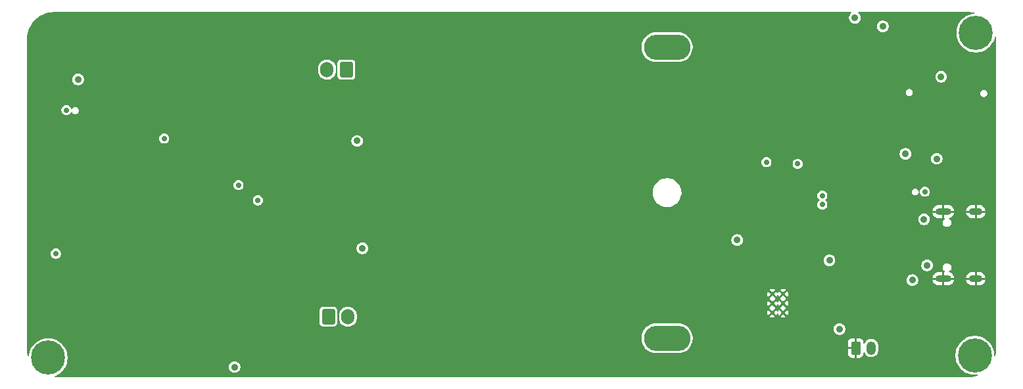
<source format=gbr>
%TF.GenerationSoftware,KiCad,Pcbnew,9.0.6*%
%TF.CreationDate,2025-12-07T16:06:48+02:00*%
%TF.ProjectId,BLUETOOTH_SPEAKER,424c5545-544f-44f5-9448-5f535045414b,rev?*%
%TF.SameCoordinates,Original*%
%TF.FileFunction,Copper,L2,Inr*%
%TF.FilePolarity,Positive*%
%FSLAX46Y46*%
G04 Gerber Fmt 4.6, Leading zero omitted, Abs format (unit mm)*
G04 Created by KiCad (PCBNEW 9.0.6) date 2025-12-07 16:06:48*
%MOMM*%
%LPD*%
G01*
G04 APERTURE LIST*
G04 Aperture macros list*
%AMRoundRect*
0 Rectangle with rounded corners*
0 $1 Rounding radius*
0 $2 $3 $4 $5 $6 $7 $8 $9 X,Y pos of 4 corners*
0 Add a 4 corners polygon primitive as box body*
4,1,4,$2,$3,$4,$5,$6,$7,$8,$9,$2,$3,0*
0 Add four circle primitives for the rounded corners*
1,1,$1+$1,$2,$3*
1,1,$1+$1,$4,$5*
1,1,$1+$1,$6,$7*
1,1,$1+$1,$8,$9*
0 Add four rect primitives between the rounded corners*
20,1,$1+$1,$2,$3,$4,$5,0*
20,1,$1+$1,$4,$5,$6,$7,0*
20,1,$1+$1,$6,$7,$8,$9,0*
20,1,$1+$1,$8,$9,$2,$3,0*%
G04 Aperture macros list end*
%TA.AperFunction,ComponentPad*%
%ADD10C,0.700000*%
%TD*%
%TA.AperFunction,ComponentPad*%
%ADD11C,4.400000*%
%TD*%
%TA.AperFunction,ComponentPad*%
%ADD12RoundRect,0.250000X0.600000X0.750000X-0.600000X0.750000X-0.600000X-0.750000X0.600000X-0.750000X0*%
%TD*%
%TA.AperFunction,ComponentPad*%
%ADD13O,1.700000X2.000000*%
%TD*%
%TA.AperFunction,HeatsinkPad*%
%ADD14O,2.000000X0.900000*%
%TD*%
%TA.AperFunction,HeatsinkPad*%
%ADD15O,1.700000X0.900000*%
%TD*%
%TA.AperFunction,ComponentPad*%
%ADD16C,0.500000*%
%TD*%
%TA.AperFunction,ComponentPad*%
%ADD17O,6.000000X3.250000*%
%TD*%
%TA.AperFunction,HeatsinkPad*%
%ADD18C,0.500000*%
%TD*%
%TA.AperFunction,ComponentPad*%
%ADD19RoundRect,0.250000X-0.350000X-0.625000X0.350000X-0.625000X0.350000X0.625000X-0.350000X0.625000X0*%
%TD*%
%TA.AperFunction,ComponentPad*%
%ADD20O,1.200000X1.750000*%
%TD*%
%TA.AperFunction,ComponentPad*%
%ADD21RoundRect,0.250000X-0.600000X-0.750000X0.600000X-0.750000X0.600000X0.750000X-0.600000X0.750000X0*%
%TD*%
%TA.AperFunction,HeatsinkPad*%
%ADD22C,0.600000*%
%TD*%
%TA.AperFunction,ViaPad*%
%ADD23C,0.900000*%
%TD*%
%TA.AperFunction,ViaPad*%
%ADD24C,0.700000*%
%TD*%
G04 APERTURE END LIST*
D10*
%TO.N,GND*%
%TO.C,H4*%
X51640000Y-92170000D03*
X52123274Y-91003274D03*
X52123274Y-93336726D03*
X53290000Y-90520000D03*
D11*
X53290000Y-92170000D03*
D10*
X53290000Y-93820000D03*
X54456726Y-91003274D03*
X54456726Y-93336726D03*
X54940000Y-92170000D03*
%TD*%
D12*
%TO.N,Net-(J1-Pin_1)*%
%TO.C,J1*%
X91610000Y-96580000D03*
D13*
%TO.N,Net-(J1-Pin_2)*%
X89110000Y-96580000D03*
%TD*%
D14*
%TO.N,GND*%
%TO.C,J3*%
X168481500Y-123521000D03*
D15*
X172651500Y-123521000D03*
D14*
X168481500Y-114881000D03*
D15*
X172651500Y-114881000D03*
%TD*%
D10*
%TO.N,N/C*%
%TO.C,H3*%
X51560000Y-133710000D03*
X52043274Y-132543274D03*
X52043274Y-134876726D03*
X53210000Y-132060000D03*
D11*
X53210000Y-133710000D03*
D10*
X53210000Y-135360000D03*
X54376726Y-132543274D03*
X54376726Y-134876726D03*
X54860000Y-133710000D03*
%TD*%
%TO.N,N/C*%
%TO.C,H2*%
X170890000Y-133400000D03*
X171373274Y-132233274D03*
X171373274Y-134566726D03*
X172540000Y-131750000D03*
D11*
X172540000Y-133400000D03*
D10*
X172540000Y-135050000D03*
X173706726Y-132233274D03*
X173706726Y-134566726D03*
X174190000Y-133400000D03*
%TD*%
D16*
%TO.N,GND*%
%TO.C,U7*%
X147830000Y-110430000D03*
X146780000Y-110430000D03*
X148580000Y-111205000D03*
X147830000Y-111205000D03*
X146780000Y-111205000D03*
X146030000Y-111205000D03*
X147830000Y-111980000D03*
X146780000Y-111980000D03*
%TD*%
D17*
%TO.N,Net-(U7-EN)*%
%TO.C,F1*%
X132910000Y-93680000D03*
%TO.N,V_BATT*%
X132910000Y-131180000D03*
%TD*%
D18*
%TO.N,GND*%
%TO.C,U6*%
X146457500Y-125481000D03*
X146457500Y-126681000D03*
X146457500Y-127881000D03*
X147857500Y-125481000D03*
X147857500Y-126681000D03*
X147857500Y-127881000D03*
%TD*%
D19*
%TO.N,GND*%
%TO.C,J4*%
X157200000Y-132450000D03*
D20*
%TO.N,V_BATT*%
X159200000Y-132450000D03*
%TD*%
D21*
%TO.N,Net-(J2-Pin_1)*%
%TO.C,J2*%
X89300000Y-128410000D03*
D13*
%TO.N,Net-(J2-Pin_2)*%
X91800000Y-128410000D03*
%TD*%
D10*
%TO.N,N/C*%
%TO.C,H1*%
X171020000Y-91860000D03*
X171503274Y-90693274D03*
X171503274Y-93026726D03*
X172670000Y-90210000D03*
D11*
X172670000Y-91860000D03*
D10*
X172670000Y-93510000D03*
X173836726Y-90693274D03*
X173836726Y-93026726D03*
X174320000Y-91860000D03*
%TD*%
D22*
%TO.N,GND*%
%TO.C,U3*%
X58212500Y-115050000D03*
X59737500Y-115050000D03*
X57450000Y-114287500D03*
X58975000Y-114287500D03*
X60500000Y-114287500D03*
X58212500Y-113525000D03*
X59737500Y-113525000D03*
X57450000Y-112762500D03*
X58975000Y-112762500D03*
X60500000Y-112762500D03*
X58212500Y-112000000D03*
X59737500Y-112000000D03*
%TD*%
D23*
%TO.N,+12V*%
X93000000Y-105770000D03*
X93680000Y-119600000D03*
X141930000Y-118540000D03*
D24*
%TO.N,GND*%
X66625000Y-98200000D03*
X83050000Y-113100000D03*
X87850000Y-112450000D03*
X85900000Y-112270000D03*
X85900000Y-111270000D03*
X54250000Y-96350000D03*
X54190000Y-97380000D03*
X84682500Y-119800000D03*
X61625000Y-127775000D03*
X75090000Y-112090000D03*
X163700000Y-112317500D03*
X83900000Y-113270000D03*
X83050000Y-117000000D03*
X158150000Y-110450000D03*
X80425000Y-133350000D03*
X70000000Y-129800000D03*
X154500000Y-119200000D03*
X87850000Y-114400000D03*
X51650000Y-120300000D03*
X86900000Y-113270000D03*
X52500000Y-128100000D03*
X64200000Y-131875000D03*
X69600000Y-125225000D03*
X106300000Y-91300000D03*
X87850000Y-110500000D03*
X163770000Y-121640000D03*
X84900000Y-112270000D03*
X150800000Y-119400000D03*
X84900000Y-111270000D03*
X86900000Y-114270000D03*
X83050000Y-115700000D03*
X104500000Y-91300000D03*
X164400000Y-90832500D03*
X152700000Y-118500000D03*
X76250000Y-120900000D03*
X51610000Y-105300000D03*
X143085000Y-127326000D03*
X151900000Y-134600000D03*
X83050000Y-116350000D03*
X83900000Y-111270000D03*
X158150000Y-110450000D03*
X92400000Y-122750000D03*
X159450000Y-92880000D03*
X101000000Y-132700000D03*
X143700000Y-116500000D03*
X141802500Y-129193500D03*
X93967500Y-107500000D03*
X104400000Y-133700000D03*
X113400000Y-93000000D03*
X90400000Y-101500000D03*
X80550000Y-128875000D03*
X85900000Y-114270000D03*
X116700000Y-91700000D03*
X61125000Y-98225000D03*
X115350000Y-133600000D03*
X149830000Y-112720000D03*
X56400000Y-98780000D03*
X86900000Y-111250000D03*
X101200000Y-92900000D03*
X143700000Y-114500000D03*
X162150000Y-96850000D03*
X54500000Y-127900000D03*
X69575000Y-128475000D03*
X158000000Y-113200000D03*
X106200000Y-133700000D03*
X142157500Y-112605000D03*
X157600000Y-105400000D03*
X85900000Y-113270000D03*
X75375000Y-125875000D03*
X70900000Y-118550000D03*
X77650000Y-98225000D03*
X83900000Y-114270000D03*
X149100000Y-119400000D03*
X75000000Y-114425000D03*
X93950000Y-117850000D03*
X75590000Y-110510000D03*
X75000000Y-113400000D03*
X156200000Y-119200000D03*
X75375000Y-125225000D03*
X157716250Y-97250000D03*
X86900000Y-112270000D03*
X83900000Y-112270000D03*
X152440000Y-111560000D03*
X84900000Y-113270000D03*
X80650000Y-120900000D03*
X118300000Y-91700000D03*
X56395000Y-96810000D03*
X84900000Y-114270000D03*
X88500000Y-122750000D03*
X153400000Y-134600000D03*
X83050000Y-115050000D03*
X144685000Y-132476000D03*
X82950000Y-107900000D03*
X74050000Y-119150000D03*
X72200000Y-98200000D03*
X75900000Y-118200000D03*
X69600000Y-125875000D03*
X72750000Y-129750000D03*
X163730000Y-118663750D03*
X110500000Y-132500000D03*
X84700000Y-105300000D03*
X113800000Y-133600000D03*
X166450000Y-90832500D03*
X141700000Y-106600000D03*
%TO.N,Net-(U1-GVDD)*%
X77720000Y-111460000D03*
X80210000Y-113420000D03*
D23*
%TO.N,+3.3V*%
X163610000Y-107430000D03*
X153820000Y-121150000D03*
X168200000Y-97500000D03*
X167640000Y-108060000D03*
X77210000Y-134900000D03*
D24*
%TO.N,ESP_EN*%
X54190000Y-120280000D03*
D23*
%TO.N,V_BATT*%
X160700000Y-91000000D03*
X57050000Y-97850000D03*
X155100000Y-130000000D03*
D24*
%TO.N,Net-(U7-EN)*%
X145700000Y-108500000D03*
X149724265Y-108724265D03*
%TO.N,Net-(U7-COMP)*%
X152900000Y-113975000D03*
X152900000Y-112800000D03*
D23*
%TO.N,V_USB*%
X157100000Y-89900000D03*
X164495000Y-123705000D03*
X166000000Y-115861708D03*
X166400000Y-121800000D03*
D24*
%TO.N,ESP_IO0*%
X68140000Y-105450000D03*
%TO.N,TXD0*%
X55550000Y-101800000D03*
X166100000Y-112300000D03*
%TD*%
%TA.AperFunction,Conductor*%
%TO.N,GND*%
G36*
X171733867Y-89169745D02*
G01*
X171733970Y-89169704D01*
X171741436Y-89169783D01*
X171744108Y-89170500D01*
X171808595Y-89170500D01*
X171808970Y-89170504D01*
X171811811Y-89170588D01*
X172145475Y-89186980D01*
X172152673Y-89187689D01*
X172412562Y-89226240D01*
X172461141Y-89255357D01*
X172474903Y-89310297D01*
X172445786Y-89358876D01*
X172409990Y-89372973D01*
X172250491Y-89390945D01*
X172250488Y-89390945D01*
X172250485Y-89390946D01*
X171976690Y-89453437D01*
X171976674Y-89453442D01*
X171711592Y-89546198D01*
X171458559Y-89668052D01*
X171220751Y-89817477D01*
X171001175Y-89992583D01*
X170802583Y-90191175D01*
X170627477Y-90410751D01*
X170478052Y-90648559D01*
X170356198Y-90901592D01*
X170263442Y-91166674D01*
X170263437Y-91166690D01*
X170200945Y-91440486D01*
X170200945Y-91440487D01*
X170169500Y-91719578D01*
X170169500Y-92000421D01*
X170200945Y-92279512D01*
X170200945Y-92279513D01*
X170263437Y-92553309D01*
X170263442Y-92553325D01*
X170356198Y-92818407D01*
X170478052Y-93071440D01*
X170478054Y-93071444D01*
X170478055Y-93071445D01*
X170627477Y-93309248D01*
X170802584Y-93528825D01*
X171001175Y-93727416D01*
X171220752Y-93902523D01*
X171458555Y-94051945D01*
X171711592Y-94173801D01*
X171976682Y-94266560D01*
X171976687Y-94266561D01*
X171976690Y-94266562D01*
X172250486Y-94329054D01*
X172250487Y-94329054D01*
X172250491Y-94329055D01*
X172529575Y-94360500D01*
X172529579Y-94360500D01*
X172810421Y-94360500D01*
X172810425Y-94360500D01*
X173089509Y-94329055D01*
X173363318Y-94266560D01*
X173628408Y-94173801D01*
X173881445Y-94051945D01*
X174119248Y-93902523D01*
X174338825Y-93727416D01*
X174537416Y-93528825D01*
X174712523Y-93309248D01*
X174861945Y-93071445D01*
X174983801Y-92818408D01*
X175076560Y-92553318D01*
X175112559Y-92395594D01*
X175145333Y-92349404D01*
X175201170Y-92339916D01*
X175247361Y-92372690D01*
X175258615Y-92408430D01*
X175269411Y-92628188D01*
X175269500Y-92631819D01*
X175269500Y-132728180D01*
X175269411Y-132731811D01*
X175253020Y-133065461D01*
X175252308Y-133072688D01*
X175203560Y-133401320D01*
X175202143Y-133408442D01*
X175186282Y-133471763D01*
X175152544Y-133517255D01*
X175096520Y-133525565D01*
X175051028Y-133491827D01*
X175040500Y-133453783D01*
X175040500Y-133259578D01*
X175040500Y-133259575D01*
X175009055Y-132980491D01*
X174993111Y-132910634D01*
X174946562Y-132706690D01*
X174946557Y-132706674D01*
X174919996Y-132630768D01*
X174853801Y-132441592D01*
X174731945Y-132188555D01*
X174582523Y-131950752D01*
X174407416Y-131731175D01*
X174208825Y-131532584D01*
X174190602Y-131518052D01*
X173989248Y-131357477D01*
X173907648Y-131306204D01*
X173751445Y-131208055D01*
X173751444Y-131208054D01*
X173751440Y-131208052D01*
X173498407Y-131086198D01*
X173233325Y-130993442D01*
X173233309Y-130993437D01*
X172959513Y-130930945D01*
X172819967Y-130915222D01*
X172680425Y-130899500D01*
X172399575Y-130899500D01*
X172260033Y-130915222D01*
X172120487Y-130930945D01*
X172120486Y-130930945D01*
X171846690Y-130993437D01*
X171846674Y-130993442D01*
X171581592Y-131086198D01*
X171328559Y-131208052D01*
X171090751Y-131357477D01*
X170871175Y-131532583D01*
X170672583Y-131731175D01*
X170497477Y-131950751D01*
X170348052Y-132188559D01*
X170226198Y-132441592D01*
X170133442Y-132706674D01*
X170133437Y-132706690D01*
X170070945Y-132980486D01*
X170070945Y-132980487D01*
X170061371Y-133065461D01*
X170039500Y-133259575D01*
X170039500Y-133540425D01*
X170045187Y-133590895D01*
X170070945Y-133819512D01*
X170070945Y-133819513D01*
X170133437Y-134093309D01*
X170133442Y-134093325D01*
X170226198Y-134358407D01*
X170348052Y-134611440D01*
X170497477Y-134849248D01*
X170596896Y-134973916D01*
X170672584Y-135068825D01*
X170871175Y-135267416D01*
X171090752Y-135442523D01*
X171328555Y-135591945D01*
X171581592Y-135713801D01*
X171846682Y-135806560D01*
X171846687Y-135806561D01*
X171846690Y-135806562D01*
X172120486Y-135869054D01*
X172120487Y-135869054D01*
X172120491Y-135869055D01*
X172399575Y-135900500D01*
X172399579Y-135900500D01*
X172680420Y-135900500D01*
X172680425Y-135900500D01*
X172814319Y-135885413D01*
X172833892Y-135891052D01*
X172854240Y-135892052D01*
X172860204Y-135898633D01*
X172868740Y-135901092D01*
X172878594Y-135918922D01*
X172892276Y-135934017D01*
X172891840Y-135942887D01*
X172896137Y-135950662D01*
X172890497Y-135970238D01*
X172889498Y-135990586D01*
X172882916Y-135996550D01*
X172880458Y-136005086D01*
X172847533Y-136028622D01*
X172817664Y-136039310D01*
X172810714Y-136041418D01*
X172488443Y-136122143D01*
X172481320Y-136123560D01*
X172152688Y-136172308D01*
X172145461Y-136173020D01*
X171811812Y-136189411D01*
X171808181Y-136189500D01*
X54130401Y-136189500D01*
X54078075Y-136167826D01*
X54056401Y-136115500D01*
X54078075Y-136063174D01*
X54105960Y-136045653D01*
X54154630Y-136028622D01*
X54168408Y-136023801D01*
X54421445Y-135901945D01*
X54659248Y-135752523D01*
X54878825Y-135577416D01*
X55077416Y-135378825D01*
X55252523Y-135159248D01*
X55401945Y-134921445D01*
X55447869Y-134826083D01*
X76459500Y-134826083D01*
X76459500Y-134973916D01*
X76488340Y-135118907D01*
X76488343Y-135118917D01*
X76544915Y-135255494D01*
X76544916Y-135255495D01*
X76627049Y-135378416D01*
X76731584Y-135482951D01*
X76854505Y-135565084D01*
X76991087Y-135621658D01*
X77136082Y-135650500D01*
X77136084Y-135650500D01*
X77283916Y-135650500D01*
X77283918Y-135650500D01*
X77428913Y-135621658D01*
X77565495Y-135565084D01*
X77688416Y-135482951D01*
X77792951Y-135378416D01*
X77875084Y-135255495D01*
X77931658Y-135118913D01*
X77960500Y-134973918D01*
X77960500Y-134826082D01*
X77931658Y-134681087D01*
X77875084Y-134544505D01*
X77792951Y-134421584D01*
X77688416Y-134317049D01*
X77565495Y-134234916D01*
X77565496Y-134234916D01*
X77565494Y-134234915D01*
X77428917Y-134178343D01*
X77428907Y-134178340D01*
X77331811Y-134159026D01*
X77283918Y-134149500D01*
X77136082Y-134149500D01*
X77094977Y-134157676D01*
X76991092Y-134178340D01*
X76991082Y-134178343D01*
X76854505Y-134234915D01*
X76731584Y-134317048D01*
X76731583Y-134317050D01*
X76627050Y-134421583D01*
X76627048Y-134421584D01*
X76544915Y-134544505D01*
X76488343Y-134681082D01*
X76488340Y-134681092D01*
X76459500Y-134826083D01*
X55447869Y-134826083D01*
X55523801Y-134668408D01*
X55616560Y-134403318D01*
X55679055Y-134129509D01*
X55710500Y-133850425D01*
X55710500Y-133569575D01*
X55679055Y-133290491D01*
X55629343Y-133072688D01*
X55616562Y-133016690D01*
X55616557Y-133016674D01*
X55613385Y-133007610D01*
X55523801Y-132751592D01*
X55438759Y-132575000D01*
X55401947Y-132498559D01*
X55401946Y-132498558D01*
X55401945Y-132498555D01*
X55252523Y-132260752D01*
X55077416Y-132041175D01*
X54878825Y-131842584D01*
X54825752Y-131800260D01*
X54659248Y-131667477D01*
X54482550Y-131556450D01*
X54421445Y-131518055D01*
X54421444Y-131518054D01*
X54421440Y-131518052D01*
X54168407Y-131396198D01*
X53903325Y-131303442D01*
X53903309Y-131303437D01*
X53629513Y-131240945D01*
X53476614Y-131223718D01*
X53350425Y-131209500D01*
X53069575Y-131209500D01*
X52943386Y-131223718D01*
X52790487Y-131240945D01*
X52790486Y-131240945D01*
X52516690Y-131303437D01*
X52516674Y-131303442D01*
X52251592Y-131396198D01*
X51998559Y-131518052D01*
X51760751Y-131667477D01*
X51541175Y-131842583D01*
X51342583Y-132041175D01*
X51167477Y-132260751D01*
X51018052Y-132498559D01*
X50896198Y-132751592D01*
X50803442Y-133016674D01*
X50803437Y-133016690D01*
X50740946Y-133290485D01*
X50740945Y-133290491D01*
X50738435Y-133312767D01*
X50720813Y-133469169D01*
X50713091Y-133483139D01*
X50710750Y-133498926D01*
X50699932Y-133506949D01*
X50693416Y-133518739D01*
X50678077Y-133523157D01*
X50665259Y-133532665D01*
X50651936Y-133530688D01*
X50638992Y-133534418D01*
X50625021Y-133526696D01*
X50609235Y-133524355D01*
X50601211Y-133513537D01*
X50589422Y-133507021D01*
X50575496Y-133478864D01*
X50574918Y-133476556D01*
X50557854Y-133408432D01*
X50556441Y-133401334D01*
X50507689Y-133072673D01*
X50506980Y-133065475D01*
X50490589Y-132731811D01*
X50490500Y-132728180D01*
X50490500Y-131053797D01*
X129609500Y-131053797D01*
X129609500Y-131306202D01*
X129642445Y-131556450D01*
X129707773Y-131800259D01*
X129754197Y-131912334D01*
X129804367Y-132033454D01*
X129834883Y-132086309D01*
X129930569Y-132252045D01*
X129937250Y-132260752D01*
X130084227Y-132452294D01*
X130262706Y-132630773D01*
X130462954Y-132784430D01*
X130681546Y-132910633D01*
X130914740Y-133007226D01*
X131158548Y-133072554D01*
X131408796Y-133105500D01*
X131408798Y-133105500D01*
X134411202Y-133105500D01*
X134411204Y-133105500D01*
X134661452Y-133072554D01*
X134905260Y-133007226D01*
X135138454Y-132910633D01*
X135357046Y-132784430D01*
X135557294Y-132630773D01*
X135735773Y-132452294D01*
X135889430Y-132252046D01*
X136015633Y-132033454D01*
X136112226Y-131800260D01*
X136123186Y-131759358D01*
X156200000Y-131759358D01*
X156200000Y-132325000D01*
X156845265Y-132325000D01*
X156825000Y-132400630D01*
X156825000Y-132499370D01*
X156845265Y-132575000D01*
X156200000Y-132575000D01*
X156200000Y-133140641D01*
X156202900Y-133177493D01*
X156248718Y-133335199D01*
X156332317Y-133476556D01*
X156448443Y-133592682D01*
X156589800Y-133676281D01*
X156747508Y-133722099D01*
X156747505Y-133722099D01*
X156784359Y-133725000D01*
X157075000Y-133725000D01*
X157075000Y-132804734D01*
X157150630Y-132825000D01*
X157249370Y-132825000D01*
X157325000Y-132804734D01*
X157325000Y-133725000D01*
X157615641Y-133725000D01*
X157652493Y-133722099D01*
X157810199Y-133676281D01*
X157951556Y-133592682D01*
X158067682Y-133476556D01*
X158151281Y-133335199D01*
X158197099Y-133177493D01*
X158200000Y-133140641D01*
X158200000Y-133035928D01*
X158221674Y-132983602D01*
X158274000Y-132961928D01*
X158326326Y-132983602D01*
X158342367Y-133007610D01*
X158401985Y-133151544D01*
X158494823Y-133290486D01*
X158500536Y-133299035D01*
X158625965Y-133424464D01*
X158773453Y-133523013D01*
X158773454Y-133523013D01*
X158773455Y-133523014D01*
X158885865Y-133569575D01*
X158937334Y-133590894D01*
X159111309Y-133625500D01*
X159111311Y-133625500D01*
X159288689Y-133625500D01*
X159288691Y-133625500D01*
X159462666Y-133590894D01*
X159626547Y-133523013D01*
X159774035Y-133424464D01*
X159899464Y-133299035D01*
X159998013Y-133151547D01*
X160065894Y-132987666D01*
X160100500Y-132813691D01*
X160100500Y-132086309D01*
X160065894Y-131912334D01*
X159998013Y-131748453D01*
X159899464Y-131600965D01*
X159774035Y-131475536D01*
X159626547Y-131376987D01*
X159626546Y-131376986D01*
X159626544Y-131376985D01*
X159462670Y-131309107D01*
X159462660Y-131309104D01*
X159346156Y-131285930D01*
X159288691Y-131274500D01*
X159111309Y-131274500D01*
X159061989Y-131284310D01*
X158937339Y-131309104D01*
X158937329Y-131309107D01*
X158773455Y-131376985D01*
X158625968Y-131475533D01*
X158500533Y-131600968D01*
X158401985Y-131748455D01*
X158342367Y-131892389D01*
X158302319Y-131932438D01*
X158245682Y-131932438D01*
X158205633Y-131892390D01*
X158200000Y-131864071D01*
X158200000Y-131759358D01*
X158197099Y-131722506D01*
X158151281Y-131564800D01*
X158067682Y-131423443D01*
X157951556Y-131307317D01*
X157810199Y-131223718D01*
X157652491Y-131177900D01*
X157652494Y-131177900D01*
X157615641Y-131175000D01*
X157325000Y-131175000D01*
X157325000Y-132095265D01*
X157249370Y-132075000D01*
X157150630Y-132075000D01*
X157075000Y-132095265D01*
X157075000Y-131175000D01*
X156784359Y-131175000D01*
X156747506Y-131177900D01*
X156589800Y-131223718D01*
X156448443Y-131307317D01*
X156332317Y-131423443D01*
X156248718Y-131564800D01*
X156202900Y-131722506D01*
X156200000Y-131759358D01*
X136123186Y-131759358D01*
X136177554Y-131556452D01*
X136210500Y-131306204D01*
X136210500Y-131053796D01*
X136177554Y-130803548D01*
X136112226Y-130559740D01*
X136015633Y-130326546D01*
X135889430Y-130107954D01*
X135749874Y-129926083D01*
X154349500Y-129926083D01*
X154349500Y-130073916D01*
X154378340Y-130218907D01*
X154378343Y-130218917D01*
X154434915Y-130355494D01*
X154434916Y-130355495D01*
X154517049Y-130478416D01*
X154621584Y-130582951D01*
X154744505Y-130665084D01*
X154881087Y-130721658D01*
X155026082Y-130750500D01*
X155026084Y-130750500D01*
X155173916Y-130750500D01*
X155173918Y-130750500D01*
X155318913Y-130721658D01*
X155455495Y-130665084D01*
X155578416Y-130582951D01*
X155682951Y-130478416D01*
X155765084Y-130355495D01*
X155821658Y-130218913D01*
X155850500Y-130073918D01*
X155850500Y-129926082D01*
X155821658Y-129781087D01*
X155780684Y-129682168D01*
X155765084Y-129644505D01*
X155682951Y-129521584D01*
X155578415Y-129417048D01*
X155455494Y-129334915D01*
X155318917Y-129278343D01*
X155318907Y-129278340D01*
X155221811Y-129259026D01*
X155173918Y-129249500D01*
X155026082Y-129249500D01*
X154984977Y-129257676D01*
X154881092Y-129278340D01*
X154881082Y-129278343D01*
X154744505Y-129334915D01*
X154621584Y-129417048D01*
X154621583Y-129417050D01*
X154517050Y-129521583D01*
X154517048Y-129521584D01*
X154434915Y-129644505D01*
X154378343Y-129781082D01*
X154378340Y-129781092D01*
X154349500Y-129926083D01*
X135749874Y-129926083D01*
X135735773Y-129907706D01*
X135557294Y-129729227D01*
X135357046Y-129575570D01*
X135357047Y-129575570D01*
X135357045Y-129575569D01*
X135263537Y-129521583D01*
X135138454Y-129449367D01*
X135138451Y-129449365D01*
X135138450Y-129449365D01*
X134905259Y-129352773D01*
X134661450Y-129287445D01*
X134477094Y-129263174D01*
X134411204Y-129254500D01*
X131408796Y-129254500D01*
X131350571Y-129262165D01*
X131158549Y-129287445D01*
X130914740Y-129352773D01*
X130681549Y-129449365D01*
X130681546Y-129449367D01*
X130462954Y-129575569D01*
X130262701Y-129729231D01*
X130084231Y-129907701D01*
X130084227Y-129907705D01*
X130084227Y-129907706D01*
X130070126Y-129926083D01*
X129930569Y-130107954D01*
X129804367Y-130326546D01*
X129804365Y-130326549D01*
X129707773Y-130559740D01*
X129642445Y-130803549D01*
X129609500Y-131053797D01*
X50490500Y-131053797D01*
X50490500Y-129203104D01*
X88149499Y-129203104D01*
X88155672Y-129254500D01*
X88160123Y-129291564D01*
X88177219Y-129334915D01*
X88215638Y-129432341D01*
X88300308Y-129543994D01*
X88307078Y-129552922D01*
X88427658Y-129644361D01*
X88568436Y-129699877D01*
X88639764Y-129708442D01*
X88656896Y-129710500D01*
X88656898Y-129710500D01*
X89943104Y-129710500D01*
X89958722Y-129708624D01*
X90031564Y-129699877D01*
X90172342Y-129644361D01*
X90292922Y-129552922D01*
X90384361Y-129432342D01*
X90439877Y-129291564D01*
X90450500Y-129203102D01*
X90450500Y-128169453D01*
X90649500Y-128169453D01*
X90649500Y-128650546D01*
X90677828Y-128829406D01*
X90677831Y-128829419D01*
X90733787Y-129001635D01*
X90733788Y-129001638D01*
X90733789Y-129001639D01*
X90816004Y-129162994D01*
X90922447Y-129309501D01*
X91050499Y-129437553D01*
X91197006Y-129543996D01*
X91358361Y-129626211D01*
X91358364Y-129626212D01*
X91358363Y-129626212D01*
X91530580Y-129682168D01*
X91530586Y-129682169D01*
X91530591Y-129682171D01*
X91642383Y-129699877D01*
X91709453Y-129710500D01*
X91709454Y-129710500D01*
X91890547Y-129710500D01*
X91957617Y-129699877D01*
X92069409Y-129682171D01*
X92069416Y-129682168D01*
X92069419Y-129682168D01*
X92185778Y-129644361D01*
X92241639Y-129626211D01*
X92402994Y-129543996D01*
X92549501Y-129437553D01*
X92677553Y-129309501D01*
X92783996Y-129162994D01*
X92866211Y-129001639D01*
X92922171Y-128829409D01*
X92950500Y-128650546D01*
X92950500Y-128420429D01*
X146094845Y-128420429D01*
X146094845Y-128420430D01*
X146149609Y-128457021D01*
X146267901Y-128506020D01*
X146267908Y-128506022D01*
X146393482Y-128531000D01*
X146521518Y-128531000D01*
X146647091Y-128506022D01*
X146647098Y-128506020D01*
X146765385Y-128457024D01*
X146820153Y-128420429D01*
X147494845Y-128420429D01*
X147494845Y-128420430D01*
X147549609Y-128457021D01*
X147667901Y-128506020D01*
X147667908Y-128506022D01*
X147793482Y-128531000D01*
X147921518Y-128531000D01*
X148047091Y-128506022D01*
X148047098Y-128506020D01*
X148165385Y-128457024D01*
X148220153Y-128420429D01*
X147857500Y-128057776D01*
X147494845Y-128420429D01*
X146820153Y-128420429D01*
X146457500Y-128057776D01*
X146094845Y-128420429D01*
X92950500Y-128420429D01*
X92950500Y-128169454D01*
X92922171Y-127990591D01*
X92922169Y-127990586D01*
X92922168Y-127990580D01*
X92872012Y-127836213D01*
X92866211Y-127818362D01*
X92866211Y-127818361D01*
X92865508Y-127816981D01*
X145807500Y-127816981D01*
X145807500Y-127945018D01*
X145832477Y-128070591D01*
X145832479Y-128070598D01*
X145881479Y-128188893D01*
X145918068Y-128243653D01*
X146280723Y-127880999D01*
X146250887Y-127851163D01*
X146307500Y-127851163D01*
X146307500Y-127910837D01*
X146330336Y-127965968D01*
X146372532Y-128008164D01*
X146427663Y-128031000D01*
X146487337Y-128031000D01*
X146542468Y-128008164D01*
X146584664Y-127965968D01*
X146607500Y-127910837D01*
X146607500Y-127880999D01*
X146634276Y-127880999D01*
X146634276Y-127881000D01*
X146996929Y-128243653D01*
X147033524Y-128188885D01*
X147082520Y-128070598D01*
X147082522Y-128070591D01*
X147084922Y-128058528D01*
X147116387Y-128011436D01*
X147171936Y-128000386D01*
X147219028Y-128031851D01*
X147230078Y-128058528D01*
X147232477Y-128070591D01*
X147232479Y-128070598D01*
X147281479Y-128188893D01*
X147318068Y-128243653D01*
X147680723Y-127880999D01*
X147650887Y-127851163D01*
X147707500Y-127851163D01*
X147707500Y-127910837D01*
X147730336Y-127965968D01*
X147772532Y-128008164D01*
X147827663Y-128031000D01*
X147887337Y-128031000D01*
X147942468Y-128008164D01*
X147984664Y-127965968D01*
X148007500Y-127910837D01*
X148007500Y-127880999D01*
X148034276Y-127880999D01*
X148034276Y-127881000D01*
X148396929Y-128243653D01*
X148433524Y-128188885D01*
X148482520Y-128070598D01*
X148482522Y-128070591D01*
X148507500Y-127945018D01*
X148507500Y-127816981D01*
X148482522Y-127691408D01*
X148482520Y-127691401D01*
X148433521Y-127573109D01*
X148396930Y-127518345D01*
X148396929Y-127518345D01*
X148034276Y-127880999D01*
X148007500Y-127880999D01*
X148007500Y-127851163D01*
X147984664Y-127796032D01*
X147942468Y-127753836D01*
X147887337Y-127731000D01*
X147827663Y-127731000D01*
X147772532Y-127753836D01*
X147730336Y-127796032D01*
X147707500Y-127851163D01*
X147650887Y-127851163D01*
X147318069Y-127518345D01*
X147281476Y-127573112D01*
X147232479Y-127691401D01*
X147232477Y-127691407D01*
X147230078Y-127703472D01*
X147198612Y-127750564D01*
X147143063Y-127761613D01*
X147095971Y-127730147D01*
X147084922Y-127703472D01*
X147082522Y-127691407D01*
X147082520Y-127691401D01*
X147033521Y-127573109D01*
X146996930Y-127518345D01*
X146996929Y-127518345D01*
X146634276Y-127880999D01*
X146607500Y-127880999D01*
X146607500Y-127851163D01*
X146584664Y-127796032D01*
X146542468Y-127753836D01*
X146487337Y-127731000D01*
X146427663Y-127731000D01*
X146372532Y-127753836D01*
X146330336Y-127796032D01*
X146307500Y-127851163D01*
X146250887Y-127851163D01*
X145918069Y-127518345D01*
X145881476Y-127573112D01*
X145832479Y-127691401D01*
X145832477Y-127691408D01*
X145807500Y-127816981D01*
X92865508Y-127816981D01*
X92783996Y-127657006D01*
X92677553Y-127510499D01*
X92549501Y-127382447D01*
X92464128Y-127320420D01*
X92402996Y-127276005D01*
X92293923Y-127220429D01*
X146094845Y-127220429D01*
X146094983Y-127221827D01*
X146124875Y-127266560D01*
X146121200Y-127307988D01*
X146104330Y-127351054D01*
X146457499Y-127704223D01*
X146820153Y-127341568D01*
X146820016Y-127340173D01*
X146790123Y-127295437D01*
X146801171Y-127239888D01*
X146820101Y-127220957D01*
X146820153Y-127220429D01*
X147494845Y-127220429D01*
X147494983Y-127221827D01*
X147524875Y-127266560D01*
X147521200Y-127307988D01*
X147504330Y-127351054D01*
X147857499Y-127704223D01*
X148220153Y-127341568D01*
X148220016Y-127340173D01*
X148190123Y-127295437D01*
X148201171Y-127239888D01*
X148220101Y-127220957D01*
X148220153Y-127220429D01*
X147857500Y-126857776D01*
X147494845Y-127220429D01*
X146820153Y-127220429D01*
X146457500Y-126857776D01*
X146094845Y-127220429D01*
X92293923Y-127220429D01*
X92241635Y-127193787D01*
X92241636Y-127193787D01*
X92069419Y-127137831D01*
X92069406Y-127137828D01*
X91890547Y-127109500D01*
X91890546Y-127109500D01*
X91709454Y-127109500D01*
X91709453Y-127109500D01*
X91530593Y-127137828D01*
X91530580Y-127137831D01*
X91358364Y-127193787D01*
X91197004Y-127276005D01*
X91197003Y-127276005D01*
X91050503Y-127382444D01*
X91050499Y-127382447D01*
X90922447Y-127510499D01*
X90922444Y-127510502D01*
X90922444Y-127510503D01*
X90816005Y-127657003D01*
X90816005Y-127657004D01*
X90733787Y-127818364D01*
X90677831Y-127990580D01*
X90677828Y-127990593D01*
X90649500Y-128169453D01*
X90450500Y-128169453D01*
X90450500Y-127616898D01*
X90439877Y-127528436D01*
X90384361Y-127387658D01*
X90292922Y-127267078D01*
X90231407Y-127220429D01*
X90172341Y-127175638D01*
X90076463Y-127137829D01*
X90031564Y-127120123D01*
X90002076Y-127116582D01*
X89943104Y-127109500D01*
X89943102Y-127109500D01*
X88656898Y-127109500D01*
X88656896Y-127109500D01*
X88568436Y-127120123D01*
X88427658Y-127175638D01*
X88307078Y-127267077D01*
X88307077Y-127267078D01*
X88215638Y-127387658D01*
X88167198Y-127510494D01*
X88160123Y-127528436D01*
X88149500Y-127616898D01*
X88149500Y-129203102D01*
X88149500Y-129203104D01*
X88149499Y-129203104D01*
X50490500Y-129203104D01*
X50490500Y-126616981D01*
X145807500Y-126616981D01*
X145807500Y-126745018D01*
X145832477Y-126870591D01*
X145832479Y-126870598D01*
X145881479Y-126988893D01*
X145918068Y-127043653D01*
X146280723Y-126680999D01*
X146250887Y-126651163D01*
X146307500Y-126651163D01*
X146307500Y-126710837D01*
X146330336Y-126765968D01*
X146372532Y-126808164D01*
X146427663Y-126831000D01*
X146487337Y-126831000D01*
X146542468Y-126808164D01*
X146584664Y-126765968D01*
X146607500Y-126710837D01*
X146607500Y-126680999D01*
X146634276Y-126680999D01*
X146634276Y-126681000D01*
X146996929Y-127043653D01*
X147033524Y-126988885D01*
X147082520Y-126870598D01*
X147082522Y-126870591D01*
X147084922Y-126858528D01*
X147116387Y-126811436D01*
X147171936Y-126800386D01*
X147219028Y-126831851D01*
X147230078Y-126858528D01*
X147232477Y-126870591D01*
X147232479Y-126870598D01*
X147281479Y-126988893D01*
X147318068Y-127043653D01*
X147680723Y-126680999D01*
X147650887Y-126651163D01*
X147707500Y-126651163D01*
X147707500Y-126710837D01*
X147730336Y-126765968D01*
X147772532Y-126808164D01*
X147827663Y-126831000D01*
X147887337Y-126831000D01*
X147942468Y-126808164D01*
X147984664Y-126765968D01*
X148007500Y-126710837D01*
X148007500Y-126680999D01*
X148034276Y-126680999D01*
X148034276Y-126681000D01*
X148396929Y-127043653D01*
X148433524Y-126988885D01*
X148482520Y-126870598D01*
X148482522Y-126870591D01*
X148507500Y-126745018D01*
X148507500Y-126616981D01*
X148482522Y-126491408D01*
X148482520Y-126491401D01*
X148433521Y-126373109D01*
X148396930Y-126318345D01*
X148396929Y-126318345D01*
X148034276Y-126680999D01*
X148007500Y-126680999D01*
X148007500Y-126651163D01*
X147984664Y-126596032D01*
X147942468Y-126553836D01*
X147887337Y-126531000D01*
X147827663Y-126531000D01*
X147772532Y-126553836D01*
X147730336Y-126596032D01*
X147707500Y-126651163D01*
X147650887Y-126651163D01*
X147318069Y-126318345D01*
X147281476Y-126373112D01*
X147232479Y-126491401D01*
X147232477Y-126491407D01*
X147230078Y-126503472D01*
X147198612Y-126550564D01*
X147143063Y-126561613D01*
X147095971Y-126530147D01*
X147084922Y-126503472D01*
X147082522Y-126491407D01*
X147082520Y-126491401D01*
X147033521Y-126373109D01*
X146996930Y-126318345D01*
X146996929Y-126318345D01*
X146634276Y-126680999D01*
X146607500Y-126680999D01*
X146607500Y-126651163D01*
X146584664Y-126596032D01*
X146542468Y-126553836D01*
X146487337Y-126531000D01*
X146427663Y-126531000D01*
X146372532Y-126553836D01*
X146330336Y-126596032D01*
X146307500Y-126651163D01*
X146250887Y-126651163D01*
X145918069Y-126318345D01*
X145881476Y-126373112D01*
X145832479Y-126491401D01*
X145832477Y-126491408D01*
X145807500Y-126616981D01*
X50490500Y-126616981D01*
X50490500Y-126020429D01*
X146094845Y-126020429D01*
X146094983Y-126021827D01*
X146124875Y-126066560D01*
X146121200Y-126107988D01*
X146104330Y-126151054D01*
X146457499Y-126504223D01*
X146820153Y-126141568D01*
X146820016Y-126140173D01*
X146790123Y-126095437D01*
X146801171Y-126039888D01*
X146820101Y-126020957D01*
X146820153Y-126020429D01*
X147494845Y-126020429D01*
X147494983Y-126021827D01*
X147524875Y-126066560D01*
X147521200Y-126107988D01*
X147504330Y-126151054D01*
X147857499Y-126504223D01*
X148220153Y-126141568D01*
X148220016Y-126140173D01*
X148190123Y-126095437D01*
X148201171Y-126039888D01*
X148220101Y-126020957D01*
X148220153Y-126020429D01*
X147857500Y-125657776D01*
X147494845Y-126020429D01*
X146820153Y-126020429D01*
X146457500Y-125657776D01*
X146094845Y-126020429D01*
X50490500Y-126020429D01*
X50490500Y-125416981D01*
X145807500Y-125416981D01*
X145807500Y-125545018D01*
X145832477Y-125670591D01*
X145832479Y-125670598D01*
X145881479Y-125788893D01*
X145918068Y-125843653D01*
X146280723Y-125480999D01*
X146250887Y-125451163D01*
X146307500Y-125451163D01*
X146307500Y-125510837D01*
X146330336Y-125565968D01*
X146372532Y-125608164D01*
X146427663Y-125631000D01*
X146487337Y-125631000D01*
X146542468Y-125608164D01*
X146584664Y-125565968D01*
X146607500Y-125510837D01*
X146607500Y-125480999D01*
X146634276Y-125480999D01*
X146634276Y-125481000D01*
X146996929Y-125843653D01*
X147033524Y-125788885D01*
X147082520Y-125670598D01*
X147082522Y-125670591D01*
X147084922Y-125658528D01*
X147116387Y-125611436D01*
X147171936Y-125600386D01*
X147219028Y-125631851D01*
X147230078Y-125658528D01*
X147232477Y-125670591D01*
X147232479Y-125670598D01*
X147281479Y-125788893D01*
X147318068Y-125843653D01*
X147680723Y-125480999D01*
X147650887Y-125451163D01*
X147707500Y-125451163D01*
X147707500Y-125510837D01*
X147730336Y-125565968D01*
X147772532Y-125608164D01*
X147827663Y-125631000D01*
X147887337Y-125631000D01*
X147942468Y-125608164D01*
X147984664Y-125565968D01*
X148007500Y-125510837D01*
X148007500Y-125480999D01*
X148034276Y-125480999D01*
X148034276Y-125481000D01*
X148396929Y-125843653D01*
X148433524Y-125788885D01*
X148482520Y-125670598D01*
X148482522Y-125670591D01*
X148507500Y-125545018D01*
X148507500Y-125416981D01*
X148482522Y-125291408D01*
X148482520Y-125291401D01*
X148433521Y-125173109D01*
X148396930Y-125118345D01*
X148396929Y-125118345D01*
X148034276Y-125480999D01*
X148007500Y-125480999D01*
X148007500Y-125451163D01*
X147984664Y-125396032D01*
X147942468Y-125353836D01*
X147887337Y-125331000D01*
X147827663Y-125331000D01*
X147772532Y-125353836D01*
X147730336Y-125396032D01*
X147707500Y-125451163D01*
X147650887Y-125451163D01*
X147318069Y-125118345D01*
X147281476Y-125173112D01*
X147232479Y-125291401D01*
X147232477Y-125291407D01*
X147230078Y-125303472D01*
X147198612Y-125350564D01*
X147143063Y-125361613D01*
X147095971Y-125330147D01*
X147084922Y-125303472D01*
X147082522Y-125291407D01*
X147082520Y-125291401D01*
X147033521Y-125173109D01*
X146996930Y-125118345D01*
X146996929Y-125118345D01*
X146634276Y-125480999D01*
X146607500Y-125480999D01*
X146607500Y-125451163D01*
X146584664Y-125396032D01*
X146542468Y-125353836D01*
X146487337Y-125331000D01*
X146427663Y-125331000D01*
X146372532Y-125353836D01*
X146330336Y-125396032D01*
X146307500Y-125451163D01*
X146250887Y-125451163D01*
X145918069Y-125118345D01*
X145881476Y-125173112D01*
X145832479Y-125291401D01*
X145832477Y-125291408D01*
X145807500Y-125416981D01*
X50490500Y-125416981D01*
X50490500Y-124941569D01*
X146094845Y-124941569D01*
X146457499Y-125304223D01*
X146820152Y-124941569D01*
X147494845Y-124941569D01*
X147857499Y-125304223D01*
X148220153Y-124941568D01*
X148220153Y-124941567D01*
X148165393Y-124904979D01*
X148047098Y-124855979D01*
X148047091Y-124855977D01*
X147921518Y-124831000D01*
X147793482Y-124831000D01*
X147667908Y-124855977D01*
X147667901Y-124855979D01*
X147549612Y-124904976D01*
X147494845Y-124941569D01*
X146820152Y-124941569D01*
X146820153Y-124941568D01*
X146820153Y-124941567D01*
X146765393Y-124904979D01*
X146647098Y-124855979D01*
X146647091Y-124855977D01*
X146521518Y-124831000D01*
X146393482Y-124831000D01*
X146267908Y-124855977D01*
X146267901Y-124855979D01*
X146149612Y-124904976D01*
X146094845Y-124941569D01*
X50490500Y-124941569D01*
X50490500Y-123631083D01*
X163744500Y-123631083D01*
X163744500Y-123778916D01*
X163773340Y-123923907D01*
X163773343Y-123923917D01*
X163829915Y-124060494D01*
X163910594Y-124181238D01*
X163912049Y-124183416D01*
X164016584Y-124287951D01*
X164139505Y-124370084D01*
X164276087Y-124426658D01*
X164421082Y-124455500D01*
X164421084Y-124455500D01*
X164568916Y-124455500D01*
X164568918Y-124455500D01*
X164713913Y-124426658D01*
X164850495Y-124370084D01*
X164973416Y-124287951D01*
X165077951Y-124183416D01*
X165160084Y-124060495D01*
X165216658Y-123923913D01*
X165245500Y-123778918D01*
X165245500Y-123631082D01*
X165216658Y-123486087D01*
X165179342Y-123395999D01*
X167089711Y-123395999D01*
X167089712Y-123396000D01*
X167657258Y-123396000D01*
X167651944Y-123405204D01*
X167631500Y-123481504D01*
X167631500Y-123560496D01*
X167651944Y-123636796D01*
X167657258Y-123646000D01*
X167089711Y-123646000D01*
X167114163Y-123768929D01*
X167114165Y-123768936D01*
X167178240Y-123923626D01*
X167271261Y-124062843D01*
X167389656Y-124181238D01*
X167528873Y-124274259D01*
X167683563Y-124338334D01*
X167683569Y-124338336D01*
X167847784Y-124371000D01*
X168356500Y-124371000D01*
X168356500Y-123821000D01*
X168606500Y-123821000D01*
X168606500Y-124371000D01*
X169115216Y-124371000D01*
X169279430Y-124338336D01*
X169279436Y-124338334D01*
X169434126Y-124274259D01*
X169573343Y-124181238D01*
X169573345Y-124181237D01*
X169691737Y-124062845D01*
X169691738Y-124062843D01*
X169784759Y-123923626D01*
X169848834Y-123768936D01*
X169848836Y-123768929D01*
X169873288Y-123646000D01*
X169305742Y-123646000D01*
X169311056Y-123636796D01*
X169331500Y-123560496D01*
X169331500Y-123481504D01*
X169311056Y-123405204D01*
X169305742Y-123396000D01*
X169873288Y-123396000D01*
X169873288Y-123395999D01*
X171409711Y-123395999D01*
X171409712Y-123396000D01*
X171977258Y-123396000D01*
X171971944Y-123405204D01*
X171951500Y-123481504D01*
X171951500Y-123560496D01*
X171971944Y-123636796D01*
X171977258Y-123646000D01*
X171409711Y-123646000D01*
X171434163Y-123768929D01*
X171434165Y-123768936D01*
X171498240Y-123923626D01*
X171591261Y-124062843D01*
X171709656Y-124181238D01*
X171848873Y-124274259D01*
X172003563Y-124338334D01*
X172003569Y-124338336D01*
X172167784Y-124371000D01*
X172526500Y-124371000D01*
X172526500Y-123821000D01*
X172776500Y-123821000D01*
X172776500Y-124371000D01*
X173135216Y-124371000D01*
X173299430Y-124338336D01*
X173299436Y-124338334D01*
X173454126Y-124274259D01*
X173593343Y-124181238D01*
X173593345Y-124181237D01*
X173711737Y-124062845D01*
X173711738Y-124062843D01*
X173804759Y-123923626D01*
X173868834Y-123768936D01*
X173868836Y-123768929D01*
X173893288Y-123646000D01*
X173325742Y-123646000D01*
X173331056Y-123636796D01*
X173351500Y-123560496D01*
X173351500Y-123481504D01*
X173331056Y-123405204D01*
X173325742Y-123396000D01*
X173893288Y-123396000D01*
X173893288Y-123395999D01*
X173868836Y-123273070D01*
X173868834Y-123273063D01*
X173804759Y-123118373D01*
X173711738Y-122979156D01*
X173593343Y-122860761D01*
X173454126Y-122767740D01*
X173299436Y-122703665D01*
X173299430Y-122703663D01*
X173135216Y-122671000D01*
X172776500Y-122671000D01*
X172776500Y-123221000D01*
X172526500Y-123221000D01*
X172526500Y-122671000D01*
X172167784Y-122671000D01*
X172003569Y-122703663D01*
X172003563Y-122703665D01*
X171848873Y-122767740D01*
X171709656Y-122860761D01*
X171709655Y-122860763D01*
X171591263Y-122979155D01*
X171591261Y-122979156D01*
X171498240Y-123118373D01*
X171434165Y-123273063D01*
X171434163Y-123273070D01*
X171409711Y-123395999D01*
X169873288Y-123395999D01*
X169848836Y-123273070D01*
X169848834Y-123273063D01*
X169784759Y-123118373D01*
X169691738Y-122979156D01*
X169573343Y-122860761D01*
X169434126Y-122767740D01*
X169279435Y-122703665D01*
X169265426Y-122700878D01*
X169218336Y-122669410D01*
X169207288Y-122613860D01*
X169238756Y-122566770D01*
X169242848Y-122564225D01*
X169299515Y-122531509D01*
X169402009Y-122429015D01*
X169474484Y-122303485D01*
X169511999Y-122163477D01*
X169512000Y-122163477D01*
X169512000Y-122018523D01*
X169511999Y-122018522D01*
X169474485Y-121878518D01*
X169474483Y-121878513D01*
X169402008Y-121752984D01*
X169299515Y-121650491D01*
X169173986Y-121578016D01*
X169173981Y-121578014D01*
X169033977Y-121540500D01*
X169033975Y-121540500D01*
X168889025Y-121540500D01*
X168889023Y-121540500D01*
X168749018Y-121578014D01*
X168749013Y-121578016D01*
X168623484Y-121650491D01*
X168520991Y-121752984D01*
X168448516Y-121878513D01*
X168448514Y-121878518D01*
X168411000Y-122018522D01*
X168411000Y-122163477D01*
X168448514Y-122303481D01*
X168448516Y-122303486D01*
X168520991Y-122429015D01*
X168623485Y-122531509D01*
X168625918Y-122532914D01*
X168626780Y-122534037D01*
X168627332Y-122534461D01*
X168627218Y-122534608D01*
X168660397Y-122577846D01*
X168653005Y-122633999D01*
X168612152Y-122665347D01*
X168606500Y-122671000D01*
X168606500Y-123221000D01*
X168356500Y-123221000D01*
X168356500Y-122671000D01*
X167847784Y-122671000D01*
X167683569Y-122703663D01*
X167683563Y-122703665D01*
X167528873Y-122767740D01*
X167389656Y-122860761D01*
X167389655Y-122860763D01*
X167271263Y-122979155D01*
X167271261Y-122979156D01*
X167178240Y-123118373D01*
X167114165Y-123273063D01*
X167114163Y-123273070D01*
X167089711Y-123395999D01*
X165179342Y-123395999D01*
X165160084Y-123349505D01*
X165077951Y-123226584D01*
X164973416Y-123122049D01*
X164967915Y-123118373D01*
X164850494Y-123039915D01*
X164713917Y-122983343D01*
X164713907Y-122983340D01*
X164616811Y-122964026D01*
X164568918Y-122954500D01*
X164421082Y-122954500D01*
X164379977Y-122962676D01*
X164276092Y-122983340D01*
X164276082Y-122983343D01*
X164139505Y-123039915D01*
X164016584Y-123122048D01*
X164016583Y-123122050D01*
X163912050Y-123226583D01*
X163912048Y-123226584D01*
X163829915Y-123349505D01*
X163773343Y-123486082D01*
X163773340Y-123486092D01*
X163744500Y-123631083D01*
X50490500Y-123631083D01*
X50490500Y-121076083D01*
X153069500Y-121076083D01*
X153069500Y-121223916D01*
X153098340Y-121368907D01*
X153098343Y-121368917D01*
X153154915Y-121505494D01*
X153205422Y-121581082D01*
X153237049Y-121628416D01*
X153341584Y-121732951D01*
X153464505Y-121815084D01*
X153601087Y-121871658D01*
X153746082Y-121900500D01*
X153746084Y-121900500D01*
X153893916Y-121900500D01*
X153893918Y-121900500D01*
X154038913Y-121871658D01*
X154175495Y-121815084D01*
X154298416Y-121732951D01*
X154305285Y-121726082D01*
X165649500Y-121726082D01*
X165649500Y-121873918D01*
X165650415Y-121878518D01*
X165678340Y-122018907D01*
X165678343Y-122018917D01*
X165734915Y-122155494D01*
X165734916Y-122155495D01*
X165817049Y-122278416D01*
X165921584Y-122382951D01*
X166044505Y-122465084D01*
X166181087Y-122521658D01*
X166326082Y-122550500D01*
X166326084Y-122550500D01*
X166473916Y-122550500D01*
X166473918Y-122550500D01*
X166618913Y-122521658D01*
X166755495Y-122465084D01*
X166878416Y-122382951D01*
X166982951Y-122278416D01*
X167065084Y-122155495D01*
X167121658Y-122018913D01*
X167150500Y-121873918D01*
X167150500Y-121726082D01*
X167121658Y-121581087D01*
X167065084Y-121444505D01*
X166982951Y-121321584D01*
X166878416Y-121217049D01*
X166755495Y-121134916D01*
X166755496Y-121134916D01*
X166755494Y-121134915D01*
X166618917Y-121078343D01*
X166618907Y-121078340D01*
X166521811Y-121059026D01*
X166473918Y-121049500D01*
X166326082Y-121049500D01*
X166284977Y-121057676D01*
X166181092Y-121078340D01*
X166181082Y-121078343D01*
X166044505Y-121134915D01*
X165921584Y-121217048D01*
X165921583Y-121217050D01*
X165817050Y-121321583D01*
X165817048Y-121321584D01*
X165734915Y-121444505D01*
X165678343Y-121581082D01*
X165678340Y-121581092D01*
X165668927Y-121628416D01*
X165649500Y-121726082D01*
X154305285Y-121726082D01*
X154402951Y-121628416D01*
X154485084Y-121505495D01*
X154541658Y-121368913D01*
X154570500Y-121223918D01*
X154570500Y-121076082D01*
X154541658Y-120931087D01*
X154485084Y-120794505D01*
X154402951Y-120671584D01*
X154298416Y-120567049D01*
X154175495Y-120484916D01*
X154175496Y-120484916D01*
X154175494Y-120484915D01*
X154038917Y-120428343D01*
X154038907Y-120428340D01*
X153941811Y-120409026D01*
X153893918Y-120399500D01*
X153746082Y-120399500D01*
X153704977Y-120407676D01*
X153601092Y-120428340D01*
X153601082Y-120428343D01*
X153464505Y-120484915D01*
X153341584Y-120567048D01*
X153341583Y-120567050D01*
X153237050Y-120671583D01*
X153237048Y-120671584D01*
X153154915Y-120794505D01*
X153098343Y-120931082D01*
X153098340Y-120931092D01*
X153069500Y-121076083D01*
X50490500Y-121076083D01*
X50490500Y-120215931D01*
X53539500Y-120215931D01*
X53539500Y-120344069D01*
X53546586Y-120379696D01*
X53564497Y-120469739D01*
X53564498Y-120469742D01*
X53604804Y-120567050D01*
X53613535Y-120588127D01*
X53684724Y-120694669D01*
X53775331Y-120785276D01*
X53881873Y-120856465D01*
X54000256Y-120905501D01*
X54000258Y-120905501D01*
X54000260Y-120905502D01*
X54042903Y-120913984D01*
X54125931Y-120930500D01*
X54125933Y-120930500D01*
X54254067Y-120930500D01*
X54254069Y-120930500D01*
X54379744Y-120905501D01*
X54498127Y-120856465D01*
X54604669Y-120785276D01*
X54695276Y-120694669D01*
X54766465Y-120588127D01*
X54815501Y-120469744D01*
X54840500Y-120344069D01*
X54840500Y-120215931D01*
X54815501Y-120090256D01*
X54766465Y-119971873D01*
X54695276Y-119865331D01*
X54604669Y-119774724D01*
X54498127Y-119703535D01*
X54498124Y-119703533D01*
X54498123Y-119703533D01*
X54379742Y-119654498D01*
X54379739Y-119654497D01*
X54289696Y-119636586D01*
X54254069Y-119629500D01*
X54125931Y-119629500D01*
X54094726Y-119635707D01*
X54000260Y-119654497D01*
X54000257Y-119654498D01*
X53881876Y-119703533D01*
X53775331Y-119774723D01*
X53775330Y-119774725D01*
X53684725Y-119865330D01*
X53684723Y-119865331D01*
X53613533Y-119971876D01*
X53564498Y-120090257D01*
X53564497Y-120090260D01*
X53546060Y-120182951D01*
X53539500Y-120215931D01*
X50490500Y-120215931D01*
X50490500Y-119526083D01*
X92929500Y-119526083D01*
X92929500Y-119673916D01*
X92958340Y-119818907D01*
X92958343Y-119818917D01*
X93014915Y-119955494D01*
X93014916Y-119955495D01*
X93097049Y-120078416D01*
X93201584Y-120182951D01*
X93324505Y-120265084D01*
X93461087Y-120321658D01*
X93606082Y-120350500D01*
X93606084Y-120350500D01*
X93753916Y-120350500D01*
X93753918Y-120350500D01*
X93898913Y-120321658D01*
X94035495Y-120265084D01*
X94158416Y-120182951D01*
X94262951Y-120078416D01*
X94345084Y-119955495D01*
X94401658Y-119818913D01*
X94430500Y-119673918D01*
X94430500Y-119526082D01*
X94401658Y-119381087D01*
X94345084Y-119244505D01*
X94262951Y-119121584D01*
X94158416Y-119017049D01*
X94035495Y-118934916D01*
X94035496Y-118934916D01*
X94035494Y-118934915D01*
X93898917Y-118878343D01*
X93898907Y-118878340D01*
X93801811Y-118859026D01*
X93753918Y-118849500D01*
X93606082Y-118849500D01*
X93564977Y-118857676D01*
X93461092Y-118878340D01*
X93461082Y-118878343D01*
X93324505Y-118934915D01*
X93201584Y-119017048D01*
X93201583Y-119017050D01*
X93097050Y-119121583D01*
X93097048Y-119121584D01*
X93014915Y-119244505D01*
X92958343Y-119381082D01*
X92958340Y-119381092D01*
X92929500Y-119526083D01*
X50490500Y-119526083D01*
X50490500Y-118466083D01*
X141179500Y-118466083D01*
X141179500Y-118613916D01*
X141208340Y-118758907D01*
X141208343Y-118758917D01*
X141264915Y-118895494D01*
X141346136Y-119017049D01*
X141347049Y-119018416D01*
X141451584Y-119122951D01*
X141574505Y-119205084D01*
X141711087Y-119261658D01*
X141856082Y-119290500D01*
X141856084Y-119290500D01*
X142003916Y-119290500D01*
X142003918Y-119290500D01*
X142148913Y-119261658D01*
X142285495Y-119205084D01*
X142408416Y-119122951D01*
X142512951Y-119018416D01*
X142595084Y-118895495D01*
X142651658Y-118758913D01*
X142680500Y-118613918D01*
X142680500Y-118466082D01*
X142651658Y-118321087D01*
X142595084Y-118184505D01*
X142512951Y-118061584D01*
X142408416Y-117957049D01*
X142285495Y-117874916D01*
X142285496Y-117874916D01*
X142285494Y-117874915D01*
X142148917Y-117818343D01*
X142148907Y-117818340D01*
X142051811Y-117799026D01*
X142003918Y-117789500D01*
X141856082Y-117789500D01*
X141814977Y-117797676D01*
X141711092Y-117818340D01*
X141711082Y-117818343D01*
X141574505Y-117874915D01*
X141451584Y-117957048D01*
X141451583Y-117957050D01*
X141347050Y-118061583D01*
X141347048Y-118061584D01*
X141264915Y-118184505D01*
X141208343Y-118321082D01*
X141208340Y-118321092D01*
X141179500Y-118466083D01*
X50490500Y-118466083D01*
X50490500Y-115787791D01*
X165249500Y-115787791D01*
X165249500Y-115935624D01*
X165278340Y-116080615D01*
X165278343Y-116080625D01*
X165334915Y-116217202D01*
X165349162Y-116238523D01*
X165417049Y-116340124D01*
X165521584Y-116444659D01*
X165644505Y-116526792D01*
X165781087Y-116583366D01*
X165926082Y-116612208D01*
X165926084Y-116612208D01*
X166073916Y-116612208D01*
X166073918Y-116612208D01*
X166218913Y-116583366D01*
X166355495Y-116526792D01*
X166478416Y-116444659D01*
X166582951Y-116340124D01*
X166665084Y-116217203D01*
X166721658Y-116080621D01*
X166750500Y-115935626D01*
X166750500Y-115787790D01*
X166721658Y-115642795D01*
X166665084Y-115506213D01*
X166582951Y-115383292D01*
X166478416Y-115278757D01*
X166355495Y-115196624D01*
X166355496Y-115196624D01*
X166355494Y-115196623D01*
X166218917Y-115140051D01*
X166218907Y-115140048D01*
X166121811Y-115120734D01*
X166073918Y-115111208D01*
X165926082Y-115111208D01*
X165884977Y-115119384D01*
X165781092Y-115140048D01*
X165781082Y-115140051D01*
X165644505Y-115196623D01*
X165521584Y-115278756D01*
X165521583Y-115278758D01*
X165417050Y-115383291D01*
X165417048Y-115383292D01*
X165334915Y-115506213D01*
X165278343Y-115642790D01*
X165278340Y-115642800D01*
X165249500Y-115787791D01*
X50490500Y-115787791D01*
X50490500Y-114755999D01*
X167089711Y-114755999D01*
X167089712Y-114756000D01*
X167657258Y-114756000D01*
X167651944Y-114765204D01*
X167631500Y-114841504D01*
X167631500Y-114920496D01*
X167651944Y-114996796D01*
X167657258Y-115006000D01*
X167089711Y-115006000D01*
X167114163Y-115128929D01*
X167114165Y-115128936D01*
X167178240Y-115283626D01*
X167271261Y-115422843D01*
X167389656Y-115541238D01*
X167528873Y-115634259D01*
X167683563Y-115698334D01*
X167683569Y-115698336D01*
X167847784Y-115731000D01*
X168356500Y-115731000D01*
X168356500Y-115181000D01*
X168606500Y-115181000D01*
X168606500Y-115731000D01*
X168618931Y-115743431D01*
X168641245Y-115752674D01*
X168662919Y-115805000D01*
X168641245Y-115857326D01*
X168625918Y-115869086D01*
X168623485Y-115870490D01*
X168520991Y-115972984D01*
X168448516Y-116098513D01*
X168448514Y-116098518D01*
X168411000Y-116238522D01*
X168411000Y-116383477D01*
X168448514Y-116523481D01*
X168448516Y-116523486D01*
X168450425Y-116526792D01*
X168520991Y-116649015D01*
X168623485Y-116751509D01*
X168749015Y-116823984D01*
X168749016Y-116823984D01*
X168749018Y-116823985D01*
X168819020Y-116842742D01*
X168889022Y-116861499D01*
X168889023Y-116861500D01*
X168889025Y-116861500D01*
X169033977Y-116861500D01*
X169033977Y-116861499D01*
X169173985Y-116823984D01*
X169299515Y-116751509D01*
X169402009Y-116649015D01*
X169474484Y-116523485D01*
X169511999Y-116383477D01*
X169512000Y-116383477D01*
X169512000Y-116238523D01*
X169511999Y-116238522D01*
X169503112Y-116205357D01*
X169474484Y-116098515D01*
X169402009Y-115972985D01*
X169299515Y-115870491D01*
X169242865Y-115837784D01*
X169208388Y-115792852D01*
X169215780Y-115736699D01*
X169260713Y-115702221D01*
X169265430Y-115701121D01*
X169279429Y-115698336D01*
X169279436Y-115698334D01*
X169434126Y-115634259D01*
X169573343Y-115541238D01*
X169573345Y-115541237D01*
X169691737Y-115422845D01*
X169691738Y-115422843D01*
X169784759Y-115283626D01*
X169848834Y-115128936D01*
X169848836Y-115128929D01*
X169873288Y-115006000D01*
X169305742Y-115006000D01*
X169311056Y-114996796D01*
X169331500Y-114920496D01*
X169331500Y-114841504D01*
X169311056Y-114765204D01*
X169305742Y-114756000D01*
X169873288Y-114756000D01*
X169873288Y-114755999D01*
X171409711Y-114755999D01*
X171409712Y-114756000D01*
X171977258Y-114756000D01*
X171971944Y-114765204D01*
X171951500Y-114841504D01*
X171951500Y-114920496D01*
X171971944Y-114996796D01*
X171977258Y-115006000D01*
X171409711Y-115006000D01*
X171434163Y-115128929D01*
X171434165Y-115128936D01*
X171498240Y-115283626D01*
X171591261Y-115422843D01*
X171709656Y-115541238D01*
X171848873Y-115634259D01*
X172003563Y-115698334D01*
X172003569Y-115698336D01*
X172167784Y-115731000D01*
X172526500Y-115731000D01*
X172526500Y-115181000D01*
X172776500Y-115181000D01*
X172776500Y-115731000D01*
X173135216Y-115731000D01*
X173299430Y-115698336D01*
X173299436Y-115698334D01*
X173454126Y-115634259D01*
X173593343Y-115541238D01*
X173593345Y-115541237D01*
X173711737Y-115422845D01*
X173711738Y-115422843D01*
X173804759Y-115283626D01*
X173868834Y-115128936D01*
X173868836Y-115128929D01*
X173893288Y-115006000D01*
X173325742Y-115006000D01*
X173331056Y-114996796D01*
X173351500Y-114920496D01*
X173351500Y-114841504D01*
X173331056Y-114765204D01*
X173325742Y-114756000D01*
X173893288Y-114756000D01*
X173893288Y-114755999D01*
X173868836Y-114633070D01*
X173868834Y-114633063D01*
X173804759Y-114478373D01*
X173711738Y-114339156D01*
X173593343Y-114220761D01*
X173454126Y-114127740D01*
X173299436Y-114063665D01*
X173299430Y-114063663D01*
X173135216Y-114031000D01*
X172776500Y-114031000D01*
X172776500Y-114581000D01*
X172526500Y-114581000D01*
X172526500Y-114031000D01*
X172167784Y-114031000D01*
X172003569Y-114063663D01*
X172003563Y-114063665D01*
X171848873Y-114127740D01*
X171709656Y-114220761D01*
X171709655Y-114220763D01*
X171591263Y-114339155D01*
X171591261Y-114339156D01*
X171498240Y-114478373D01*
X171434165Y-114633063D01*
X171434163Y-114633070D01*
X171409711Y-114755999D01*
X169873288Y-114755999D01*
X169848836Y-114633070D01*
X169848834Y-114633063D01*
X169784759Y-114478373D01*
X169691738Y-114339156D01*
X169573343Y-114220761D01*
X169434126Y-114127740D01*
X169279436Y-114063665D01*
X169279430Y-114063663D01*
X169115216Y-114031000D01*
X168606500Y-114031000D01*
X168606500Y-114581000D01*
X168356500Y-114581000D01*
X168356500Y-114031000D01*
X167847784Y-114031000D01*
X167683569Y-114063663D01*
X167683563Y-114063665D01*
X167528873Y-114127740D01*
X167389656Y-114220761D01*
X167389655Y-114220763D01*
X167271263Y-114339155D01*
X167271261Y-114339156D01*
X167178240Y-114478373D01*
X167114165Y-114633063D01*
X167114163Y-114633070D01*
X167089711Y-114755999D01*
X50490500Y-114755999D01*
X50490500Y-113355932D01*
X79559500Y-113355932D01*
X79559500Y-113484067D01*
X79584497Y-113609739D01*
X79584498Y-113609742D01*
X79608162Y-113666873D01*
X79633535Y-113728127D01*
X79671707Y-113785256D01*
X79697771Y-113824264D01*
X79704724Y-113834669D01*
X79795331Y-113925276D01*
X79901873Y-113996465D01*
X80020256Y-114045501D01*
X80020258Y-114045501D01*
X80020260Y-114045502D01*
X80062903Y-114053984D01*
X80145931Y-114070500D01*
X80145933Y-114070500D01*
X80274067Y-114070500D01*
X80274069Y-114070500D01*
X80399744Y-114045501D01*
X80518127Y-113996465D01*
X80624669Y-113925276D01*
X80715276Y-113834669D01*
X80786465Y-113728127D01*
X80835501Y-113609744D01*
X80860500Y-113484069D01*
X80860500Y-113355931D01*
X80839471Y-113250212D01*
X80835502Y-113230260D01*
X80835501Y-113230257D01*
X80829044Y-113214669D01*
X80786465Y-113111873D01*
X80715276Y-113005331D01*
X80624669Y-112914724D01*
X80518127Y-112843535D01*
X80518124Y-112843533D01*
X80518123Y-112843533D01*
X80399742Y-112794498D01*
X80399739Y-112794497D01*
X80309696Y-112776586D01*
X80274069Y-112769500D01*
X80145931Y-112769500D01*
X80114726Y-112775707D01*
X80020260Y-112794497D01*
X80020257Y-112794498D01*
X79901876Y-112843533D01*
X79795331Y-112914723D01*
X79795330Y-112914725D01*
X79704725Y-113005330D01*
X79704723Y-113005331D01*
X79633533Y-113111876D01*
X79584498Y-113230257D01*
X79584497Y-113230260D01*
X79559500Y-113355932D01*
X50490500Y-113355932D01*
X50490500Y-112308713D01*
X131059500Y-112308713D01*
X131059500Y-112551286D01*
X131091160Y-112791782D01*
X131091162Y-112791791D01*
X131153945Y-113026099D01*
X131246772Y-113250203D01*
X131246775Y-113250211D01*
X131368061Y-113460285D01*
X131368065Y-113460291D01*
X131515735Y-113652738D01*
X131687262Y-113824265D01*
X131700821Y-113834669D01*
X131800207Y-113910931D01*
X131879711Y-113971936D01*
X132089788Y-114093224D01*
X132313900Y-114186054D01*
X132548211Y-114248838D01*
X132548214Y-114248838D01*
X132548217Y-114248839D01*
X132654951Y-114262890D01*
X132788712Y-114280500D01*
X132788714Y-114280500D01*
X133031286Y-114280500D01*
X133031288Y-114280500D01*
X133216575Y-114256106D01*
X133271782Y-114248839D01*
X133271782Y-114248838D01*
X133271789Y-114248838D01*
X133506100Y-114186054D01*
X133730212Y-114093224D01*
X133940289Y-113971936D01*
X134132738Y-113824265D01*
X134304265Y-113652738D01*
X134451936Y-113460289D01*
X134573224Y-113250212D01*
X134666054Y-113026100D01*
X134728838Y-112791789D01*
X134733049Y-112759800D01*
X134736192Y-112735932D01*
X152249500Y-112735932D01*
X152249500Y-112864067D01*
X152274497Y-112989739D01*
X152274498Y-112989742D01*
X152274499Y-112989744D01*
X152323535Y-113108127D01*
X152394724Y-113214669D01*
X152485331Y-113305276D01*
X152516304Y-113325971D01*
X152547769Y-113373064D01*
X152536720Y-113428613D01*
X152516305Y-113449027D01*
X152485623Y-113469528D01*
X152485328Y-113469726D01*
X152394725Y-113560330D01*
X152394723Y-113560331D01*
X152323533Y-113666876D01*
X152274498Y-113785257D01*
X152274497Y-113785260D01*
X152253043Y-113893117D01*
X152249500Y-113910931D01*
X152249500Y-114039069D01*
X152250780Y-114045502D01*
X152274497Y-114164739D01*
X152274498Y-114164742D01*
X152309331Y-114248837D01*
X152323535Y-114283127D01*
X152394724Y-114389669D01*
X152485331Y-114480276D01*
X152591873Y-114551465D01*
X152710256Y-114600501D01*
X152710258Y-114600501D01*
X152710260Y-114600502D01*
X152752903Y-114608984D01*
X152835931Y-114625500D01*
X152835933Y-114625500D01*
X152964067Y-114625500D01*
X152964069Y-114625500D01*
X153089744Y-114600501D01*
X153208127Y-114551465D01*
X153314669Y-114480276D01*
X153405276Y-114389669D01*
X153476465Y-114283127D01*
X153525501Y-114164744D01*
X153550500Y-114039069D01*
X153550500Y-113910931D01*
X153525501Y-113785256D01*
X153476465Y-113666873D01*
X153405276Y-113560331D01*
X153314669Y-113469724D01*
X153283695Y-113449028D01*
X153252230Y-113401937D01*
X153263279Y-113346388D01*
X153283694Y-113325972D01*
X153314669Y-113305276D01*
X153405276Y-113214669D01*
X153476465Y-113108127D01*
X153525501Y-112989744D01*
X153550500Y-112864069D01*
X153550500Y-112735931D01*
X153525501Y-112610256D01*
X153476465Y-112491873D01*
X153405276Y-112385331D01*
X153314669Y-112294724D01*
X153293663Y-112280688D01*
X164409500Y-112280688D01*
X164409500Y-112399311D01*
X164440199Y-112513882D01*
X164440201Y-112513887D01*
X164499508Y-112616609D01*
X164499509Y-112616610D01*
X164499511Y-112616613D01*
X164583387Y-112700489D01*
X164583389Y-112700490D01*
X164583390Y-112700491D01*
X164686112Y-112759798D01*
X164686114Y-112759799D01*
X164686115Y-112759799D01*
X164686117Y-112759800D01*
X164722318Y-112769500D01*
X164800688Y-112790499D01*
X164800689Y-112790500D01*
X164800691Y-112790500D01*
X164919311Y-112790500D01*
X164919311Y-112790499D01*
X165033886Y-112759799D01*
X165136613Y-112700489D01*
X165220489Y-112616613D01*
X165279799Y-112513886D01*
X165286269Y-112489739D01*
X165311756Y-112394624D01*
X165314049Y-112395238D01*
X165338451Y-112352949D01*
X165393154Y-112338277D01*
X165442211Y-112366583D01*
X165456092Y-112397209D01*
X165474497Y-112489739D01*
X165474498Y-112489742D01*
X165499990Y-112551286D01*
X165523535Y-112608127D01*
X165571207Y-112679473D01*
X165585250Y-112700491D01*
X165594724Y-112714669D01*
X165685331Y-112805276D01*
X165791873Y-112876465D01*
X165910256Y-112925501D01*
X165910258Y-112925501D01*
X165910260Y-112925502D01*
X165952903Y-112933984D01*
X166035931Y-112950500D01*
X166035933Y-112950500D01*
X166164067Y-112950500D01*
X166164069Y-112950500D01*
X166289744Y-112925501D01*
X166408127Y-112876465D01*
X166514669Y-112805276D01*
X166605276Y-112714669D01*
X166676465Y-112608127D01*
X166725501Y-112489744D01*
X166750500Y-112364069D01*
X166750500Y-112235931D01*
X166725501Y-112110256D01*
X166676465Y-111991873D01*
X166605276Y-111885331D01*
X166514669Y-111794724D01*
X166408127Y-111723535D01*
X166408124Y-111723533D01*
X166408123Y-111723533D01*
X166289742Y-111674498D01*
X166289739Y-111674497D01*
X166199696Y-111656586D01*
X166164069Y-111649500D01*
X166035931Y-111649500D01*
X166004726Y-111655707D01*
X165910260Y-111674497D01*
X165910257Y-111674498D01*
X165791876Y-111723533D01*
X165685331Y-111794723D01*
X165685330Y-111794725D01*
X165594725Y-111885330D01*
X165594723Y-111885331D01*
X165523533Y-111991876D01*
X165474498Y-112110257D01*
X165474497Y-112110260D01*
X165449500Y-112235932D01*
X165449500Y-112237359D01*
X165449315Y-112237805D01*
X165449143Y-112239552D01*
X165448613Y-112239499D01*
X165427826Y-112289685D01*
X165375500Y-112311359D01*
X165323174Y-112289685D01*
X165304022Y-112256512D01*
X165279800Y-112166117D01*
X165279798Y-112166112D01*
X165220491Y-112063390D01*
X165220490Y-112063389D01*
X165220489Y-112063387D01*
X165136613Y-111979511D01*
X165136610Y-111979509D01*
X165136609Y-111979508D01*
X165033887Y-111920201D01*
X165033882Y-111920199D01*
X164919311Y-111889500D01*
X164919309Y-111889500D01*
X164800691Y-111889500D01*
X164800689Y-111889500D01*
X164686117Y-111920199D01*
X164686112Y-111920201D01*
X164583390Y-111979508D01*
X164499508Y-112063390D01*
X164440201Y-112166112D01*
X164440199Y-112166117D01*
X164409500Y-112280688D01*
X153293663Y-112280688D01*
X153208127Y-112223535D01*
X153208124Y-112223533D01*
X153208123Y-112223533D01*
X153089742Y-112174498D01*
X153089739Y-112174497D01*
X152999696Y-112156586D01*
X152964069Y-112149500D01*
X152835931Y-112149500D01*
X152804726Y-112155707D01*
X152710260Y-112174497D01*
X152710257Y-112174498D01*
X152591876Y-112223533D01*
X152485331Y-112294723D01*
X152485330Y-112294725D01*
X152394725Y-112385330D01*
X152394723Y-112385331D01*
X152323533Y-112491876D01*
X152274498Y-112610257D01*
X152274497Y-112610260D01*
X152249500Y-112735932D01*
X134736192Y-112735932D01*
X134737942Y-112722637D01*
X134760500Y-112551286D01*
X134760500Y-112308713D01*
X134758658Y-112294725D01*
X134739540Y-112149500D01*
X134728839Y-112068217D01*
X134728837Y-112068208D01*
X134720331Y-112036465D01*
X134666054Y-111833900D01*
X134573224Y-111609788D01*
X134451936Y-111399711D01*
X134449036Y-111395932D01*
X134304264Y-111207261D01*
X134132738Y-111035735D01*
X133940291Y-110888065D01*
X133940285Y-110888061D01*
X133730211Y-110766775D01*
X133730203Y-110766772D01*
X133506099Y-110673945D01*
X133271791Y-110611162D01*
X133271782Y-110611160D01*
X133078480Y-110585712D01*
X133031288Y-110579500D01*
X132788712Y-110579500D01*
X132745736Y-110585157D01*
X132548217Y-110611160D01*
X132548208Y-110611162D01*
X132313900Y-110673945D01*
X132089796Y-110766772D01*
X132089788Y-110766775D01*
X131879714Y-110888061D01*
X131879708Y-110888065D01*
X131687261Y-111035735D01*
X131515735Y-111207261D01*
X131368065Y-111399708D01*
X131368061Y-111399714D01*
X131246775Y-111609788D01*
X131246772Y-111609796D01*
X131153945Y-111833900D01*
X131091162Y-112068208D01*
X131091160Y-112068217D01*
X131059500Y-112308713D01*
X50490500Y-112308713D01*
X50490500Y-111395932D01*
X77069500Y-111395932D01*
X77069500Y-111524067D01*
X77094497Y-111649739D01*
X77094498Y-111649742D01*
X77125063Y-111723533D01*
X77143535Y-111768127D01*
X77214724Y-111874669D01*
X77305331Y-111965276D01*
X77411873Y-112036465D01*
X77530256Y-112085501D01*
X77530258Y-112085501D01*
X77530260Y-112085502D01*
X77572903Y-112093984D01*
X77655931Y-112110500D01*
X77655933Y-112110500D01*
X77784067Y-112110500D01*
X77784069Y-112110500D01*
X77909744Y-112085501D01*
X78028127Y-112036465D01*
X78134669Y-111965276D01*
X78225276Y-111874669D01*
X78296465Y-111768127D01*
X78345501Y-111649744D01*
X78370500Y-111524069D01*
X78370500Y-111395931D01*
X78345501Y-111270256D01*
X78296465Y-111151873D01*
X78225276Y-111045331D01*
X78134669Y-110954724D01*
X78028127Y-110883535D01*
X78028124Y-110883533D01*
X78028123Y-110883533D01*
X77909742Y-110834498D01*
X77909739Y-110834497D01*
X77819696Y-110816586D01*
X77784069Y-110809500D01*
X77655931Y-110809500D01*
X77624726Y-110815707D01*
X77530260Y-110834497D01*
X77530257Y-110834498D01*
X77411876Y-110883533D01*
X77305331Y-110954723D01*
X77305330Y-110954725D01*
X77214725Y-111045330D01*
X77214723Y-111045331D01*
X77143533Y-111151876D01*
X77094498Y-111270257D01*
X77094497Y-111270260D01*
X77069500Y-111395932D01*
X50490500Y-111395932D01*
X50490500Y-108435932D01*
X145049500Y-108435932D01*
X145049500Y-108564067D01*
X145074497Y-108689739D01*
X145074498Y-108689742D01*
X145115335Y-108788332D01*
X145123535Y-108808127D01*
X145125121Y-108810500D01*
X145194281Y-108914007D01*
X145194724Y-108914669D01*
X145285331Y-109005276D01*
X145391873Y-109076465D01*
X145510256Y-109125501D01*
X145510258Y-109125501D01*
X145510260Y-109125502D01*
X145552903Y-109133984D01*
X145635931Y-109150500D01*
X145635933Y-109150500D01*
X145764067Y-109150500D01*
X145764069Y-109150500D01*
X145889744Y-109125501D01*
X146008127Y-109076465D01*
X146114669Y-109005276D01*
X146205276Y-108914669D01*
X146276465Y-108808127D01*
X146325501Y-108689744D01*
X146328027Y-108677043D01*
X146331379Y-108660196D01*
X149073765Y-108660196D01*
X149073765Y-108788334D01*
X149077702Y-108808127D01*
X149098762Y-108914004D01*
X149098763Y-108914007D01*
X149136567Y-109005275D01*
X149147800Y-109032392D01*
X149218989Y-109138934D01*
X149309596Y-109229541D01*
X149416138Y-109300730D01*
X149534521Y-109349766D01*
X149534523Y-109349766D01*
X149534525Y-109349767D01*
X149577168Y-109358249D01*
X149660196Y-109374765D01*
X149660198Y-109374765D01*
X149788332Y-109374765D01*
X149788334Y-109374765D01*
X149914009Y-109349766D01*
X150032392Y-109300730D01*
X150138934Y-109229541D01*
X150229541Y-109138934D01*
X150300730Y-109032392D01*
X150349766Y-108914009D01*
X150374765Y-108788334D01*
X150374765Y-108660196D01*
X150355644Y-108564069D01*
X150349767Y-108534525D01*
X150349766Y-108534522D01*
X150308928Y-108435931D01*
X150300730Y-108416138D01*
X150229541Y-108309596D01*
X150138934Y-108218989D01*
X150032392Y-108147800D01*
X150032389Y-108147798D01*
X150032388Y-108147798D01*
X149914007Y-108098763D01*
X149914004Y-108098762D01*
X149823961Y-108080851D01*
X149788334Y-108073765D01*
X149660196Y-108073765D01*
X149628991Y-108079972D01*
X149534525Y-108098762D01*
X149534522Y-108098763D01*
X149416141Y-108147798D01*
X149309596Y-108218988D01*
X149309595Y-108218990D01*
X149218990Y-108309595D01*
X149218988Y-108309596D01*
X149147798Y-108416141D01*
X149098763Y-108534522D01*
X149098762Y-108534525D01*
X149092886Y-108564069D01*
X149073765Y-108660196D01*
X146331379Y-108660196D01*
X146334974Y-108642124D01*
X146334974Y-108642123D01*
X146350500Y-108564068D01*
X146350500Y-108435932D01*
X146325502Y-108310260D01*
X146325501Y-108310257D01*
X146325227Y-108309596D01*
X146276465Y-108191873D01*
X146205276Y-108085331D01*
X146114669Y-107994724D01*
X146101735Y-107986082D01*
X146079473Y-107971207D01*
X146008127Y-107923535D01*
X146008124Y-107923533D01*
X146008123Y-107923533D01*
X145889742Y-107874498D01*
X145889739Y-107874497D01*
X145799696Y-107856586D01*
X145764069Y-107849500D01*
X145635931Y-107849500D01*
X145604726Y-107855707D01*
X145510260Y-107874497D01*
X145510257Y-107874498D01*
X145391876Y-107923533D01*
X145285331Y-107994723D01*
X145285330Y-107994725D01*
X145194725Y-108085330D01*
X145194723Y-108085331D01*
X145123533Y-108191876D01*
X145074498Y-108310257D01*
X145074497Y-108310260D01*
X145049500Y-108435932D01*
X50490500Y-108435932D01*
X50490500Y-107356083D01*
X162859500Y-107356083D01*
X162859500Y-107503916D01*
X162888340Y-107648907D01*
X162888343Y-107648917D01*
X162944915Y-107785494D01*
X163004386Y-107874498D01*
X163027049Y-107908416D01*
X163131584Y-108012951D01*
X163254505Y-108095084D01*
X163391087Y-108151658D01*
X163536082Y-108180500D01*
X163536084Y-108180500D01*
X163683916Y-108180500D01*
X163683918Y-108180500D01*
X163828913Y-108151658D01*
X163965495Y-108095084D01*
X164088416Y-108012951D01*
X164115285Y-107986082D01*
X166889500Y-107986082D01*
X166889500Y-108133918D01*
X166893029Y-108151658D01*
X166918340Y-108278907D01*
X166918343Y-108278917D01*
X166974915Y-108415494D01*
X166988572Y-108435932D01*
X167057049Y-108538416D01*
X167161584Y-108642951D01*
X167284505Y-108725084D01*
X167421087Y-108781658D01*
X167566082Y-108810500D01*
X167566084Y-108810500D01*
X167713916Y-108810500D01*
X167713918Y-108810500D01*
X167858913Y-108781658D01*
X167995495Y-108725084D01*
X168118416Y-108642951D01*
X168222951Y-108538416D01*
X168305084Y-108415495D01*
X168361658Y-108278913D01*
X168390500Y-108133918D01*
X168390500Y-107986082D01*
X168361658Y-107841087D01*
X168305084Y-107704505D01*
X168222951Y-107581584D01*
X168118416Y-107477049D01*
X167995495Y-107394916D01*
X167995496Y-107394916D01*
X167995494Y-107394915D01*
X167858917Y-107338343D01*
X167858907Y-107338340D01*
X167761811Y-107319026D01*
X167713918Y-107309500D01*
X167566082Y-107309500D01*
X167524977Y-107317676D01*
X167421092Y-107338340D01*
X167421082Y-107338343D01*
X167284505Y-107394915D01*
X167161584Y-107477048D01*
X167161583Y-107477050D01*
X167057050Y-107581583D01*
X167057048Y-107581584D01*
X166974915Y-107704505D01*
X166918343Y-107841082D01*
X166918340Y-107841092D01*
X166894263Y-107962135D01*
X166889500Y-107986082D01*
X164115285Y-107986082D01*
X164192951Y-107908416D01*
X164275084Y-107785495D01*
X164331658Y-107648913D01*
X164360500Y-107503918D01*
X164360500Y-107356082D01*
X164331658Y-107211087D01*
X164275084Y-107074505D01*
X164192951Y-106951584D01*
X164088416Y-106847049D01*
X163965495Y-106764916D01*
X163965496Y-106764916D01*
X163965494Y-106764915D01*
X163828917Y-106708343D01*
X163828907Y-106708340D01*
X163731811Y-106689026D01*
X163683918Y-106679500D01*
X163536082Y-106679500D01*
X163494977Y-106687676D01*
X163391092Y-106708340D01*
X163391082Y-106708343D01*
X163254505Y-106764915D01*
X163131584Y-106847048D01*
X163131583Y-106847050D01*
X163027050Y-106951583D01*
X163027048Y-106951584D01*
X162944915Y-107074505D01*
X162888343Y-107211082D01*
X162888340Y-107211092D01*
X162859500Y-107356083D01*
X50490500Y-107356083D01*
X50490500Y-105385932D01*
X67489500Y-105385932D01*
X67489500Y-105514067D01*
X67514497Y-105639739D01*
X67514498Y-105639742D01*
X67524599Y-105664129D01*
X67563535Y-105758127D01*
X67634724Y-105864669D01*
X67725331Y-105955276D01*
X67831873Y-106026465D01*
X67950256Y-106075501D01*
X67950258Y-106075501D01*
X67950260Y-106075502D01*
X67992903Y-106083984D01*
X68075931Y-106100500D01*
X68075933Y-106100500D01*
X68204067Y-106100500D01*
X68204069Y-106100500D01*
X68329744Y-106075501D01*
X68448127Y-106026465D01*
X68554669Y-105955276D01*
X68645276Y-105864669D01*
X68716465Y-105758127D01*
X68742165Y-105696083D01*
X92249500Y-105696083D01*
X92249500Y-105843916D01*
X92278340Y-105988907D01*
X92278343Y-105988917D01*
X92334915Y-106125494D01*
X92334916Y-106125495D01*
X92417049Y-106248416D01*
X92521584Y-106352951D01*
X92644505Y-106435084D01*
X92781087Y-106491658D01*
X92926082Y-106520500D01*
X92926084Y-106520500D01*
X93073916Y-106520500D01*
X93073918Y-106520500D01*
X93218913Y-106491658D01*
X93355495Y-106435084D01*
X93478416Y-106352951D01*
X93582951Y-106248416D01*
X93665084Y-106125495D01*
X93721658Y-105988913D01*
X93750500Y-105843918D01*
X93750500Y-105696082D01*
X93721658Y-105551087D01*
X93665084Y-105414505D01*
X93582951Y-105291584D01*
X93478416Y-105187049D01*
X93410806Y-105141873D01*
X93355494Y-105104915D01*
X93218917Y-105048343D01*
X93218907Y-105048340D01*
X93121811Y-105029026D01*
X93073918Y-105019500D01*
X92926082Y-105019500D01*
X92884977Y-105027676D01*
X92781092Y-105048340D01*
X92781082Y-105048343D01*
X92644505Y-105104915D01*
X92521584Y-105187048D01*
X92521583Y-105187050D01*
X92417050Y-105291583D01*
X92417048Y-105291584D01*
X92334915Y-105414505D01*
X92278343Y-105551082D01*
X92278340Y-105551092D01*
X92249500Y-105696083D01*
X68742165Y-105696083D01*
X68765501Y-105639744D01*
X68790500Y-105514069D01*
X68790500Y-105385931D01*
X68771733Y-105291584D01*
X68765502Y-105260260D01*
X68765501Y-105260257D01*
X68735177Y-105187049D01*
X68716465Y-105141873D01*
X68645276Y-105035331D01*
X68554669Y-104944724D01*
X68448127Y-104873535D01*
X68448124Y-104873533D01*
X68448123Y-104873533D01*
X68329742Y-104824498D01*
X68329739Y-104824497D01*
X68239696Y-104806586D01*
X68204069Y-104799500D01*
X68075931Y-104799500D01*
X68044726Y-104805707D01*
X67950260Y-104824497D01*
X67950257Y-104824498D01*
X67831876Y-104873533D01*
X67725331Y-104944723D01*
X67725330Y-104944725D01*
X67634725Y-105035330D01*
X67634723Y-105035331D01*
X67563533Y-105141876D01*
X67514498Y-105260257D01*
X67514497Y-105260260D01*
X67489500Y-105385932D01*
X50490500Y-105385932D01*
X50490500Y-101735932D01*
X54899500Y-101735932D01*
X54899500Y-101864067D01*
X54924497Y-101989739D01*
X54924498Y-101989742D01*
X54942783Y-102033887D01*
X54973535Y-102108127D01*
X55044724Y-102214669D01*
X55135331Y-102305276D01*
X55241873Y-102376465D01*
X55360256Y-102425501D01*
X55360258Y-102425501D01*
X55360260Y-102425502D01*
X55402903Y-102433984D01*
X55485931Y-102450500D01*
X55485933Y-102450500D01*
X55614067Y-102450500D01*
X55614069Y-102450500D01*
X55739744Y-102425501D01*
X55858127Y-102376465D01*
X55964669Y-102305276D01*
X56055276Y-102214669D01*
X56126465Y-102108127D01*
X56151167Y-102048489D01*
X56191215Y-102008441D01*
X56247852Y-102008441D01*
X56283620Y-102039808D01*
X56339508Y-102136609D01*
X56339509Y-102136610D01*
X56339511Y-102136613D01*
X56423387Y-102220489D01*
X56526114Y-102279799D01*
X56526115Y-102279799D01*
X56526117Y-102279800D01*
X56583402Y-102295149D01*
X56640688Y-102310499D01*
X56640689Y-102310500D01*
X56640691Y-102310500D01*
X56759311Y-102310500D01*
X56759311Y-102310499D01*
X56873886Y-102279799D01*
X56976613Y-102220489D01*
X57060489Y-102136613D01*
X57119799Y-102033886D01*
X57150499Y-101919311D01*
X57150500Y-101919311D01*
X57150500Y-101800689D01*
X57150499Y-101800688D01*
X57119800Y-101686117D01*
X57119798Y-101686112D01*
X57060491Y-101583390D01*
X57060490Y-101583389D01*
X57060489Y-101583387D01*
X56976613Y-101499511D01*
X56976610Y-101499509D01*
X56976609Y-101499508D01*
X56873887Y-101440201D01*
X56873882Y-101440199D01*
X56759311Y-101409500D01*
X56759309Y-101409500D01*
X56640691Y-101409500D01*
X56640689Y-101409500D01*
X56526117Y-101440199D01*
X56526112Y-101440201D01*
X56423390Y-101499508D01*
X56339508Y-101583390D01*
X56311859Y-101631280D01*
X56266925Y-101665759D01*
X56210773Y-101658366D01*
X56176294Y-101613432D01*
X56175730Y-101611012D01*
X56175501Y-101610257D01*
X56164372Y-101583390D01*
X56126465Y-101491873D01*
X56055276Y-101385331D01*
X55964669Y-101294724D01*
X55858127Y-101223535D01*
X55858124Y-101223533D01*
X55858123Y-101223533D01*
X55739742Y-101174498D01*
X55739739Y-101174497D01*
X55649696Y-101156586D01*
X55614069Y-101149500D01*
X55485931Y-101149500D01*
X55454726Y-101155707D01*
X55360260Y-101174497D01*
X55360257Y-101174498D01*
X55241876Y-101223533D01*
X55135331Y-101294723D01*
X55135330Y-101294725D01*
X55044725Y-101385330D01*
X55044723Y-101385331D01*
X54973533Y-101491876D01*
X54924498Y-101610257D01*
X54924497Y-101610260D01*
X54899500Y-101735932D01*
X50490500Y-101735932D01*
X50490500Y-99460688D01*
X163649500Y-99460688D01*
X163649500Y-99579311D01*
X163680199Y-99693882D01*
X163680201Y-99693887D01*
X163739508Y-99796609D01*
X163739509Y-99796610D01*
X163739511Y-99796613D01*
X163823387Y-99880489D01*
X163926114Y-99939799D01*
X163926115Y-99939799D01*
X163926117Y-99939800D01*
X163983402Y-99955149D01*
X164040688Y-99970499D01*
X164040689Y-99970500D01*
X164040691Y-99970500D01*
X164159311Y-99970500D01*
X164159311Y-99970499D01*
X164273886Y-99939799D01*
X164376613Y-99880489D01*
X164460489Y-99796613D01*
X164519799Y-99693886D01*
X164547451Y-99590688D01*
X173249500Y-99590688D01*
X173249500Y-99709311D01*
X173280199Y-99823882D01*
X173280201Y-99823887D01*
X173339508Y-99926609D01*
X173339509Y-99926610D01*
X173339511Y-99926613D01*
X173423387Y-100010489D01*
X173526114Y-100069799D01*
X173526115Y-100069799D01*
X173526117Y-100069800D01*
X173583402Y-100085149D01*
X173640688Y-100100499D01*
X173640689Y-100100500D01*
X173640691Y-100100500D01*
X173759311Y-100100500D01*
X173759311Y-100100499D01*
X173873886Y-100069799D01*
X173976613Y-100010489D01*
X174060489Y-99926613D01*
X174119799Y-99823886D01*
X174150499Y-99709311D01*
X174150500Y-99709311D01*
X174150500Y-99590689D01*
X174150499Y-99590688D01*
X174119800Y-99476117D01*
X174119798Y-99476112D01*
X174060491Y-99373390D01*
X174060490Y-99373389D01*
X174060489Y-99373387D01*
X173976613Y-99289511D01*
X173976610Y-99289509D01*
X173976609Y-99289508D01*
X173873887Y-99230201D01*
X173873882Y-99230199D01*
X173759311Y-99199500D01*
X173759309Y-99199500D01*
X173640691Y-99199500D01*
X173640689Y-99199500D01*
X173526117Y-99230199D01*
X173526112Y-99230201D01*
X173423390Y-99289508D01*
X173339508Y-99373390D01*
X173280201Y-99476112D01*
X173280199Y-99476117D01*
X173249500Y-99590688D01*
X164547451Y-99590688D01*
X164550500Y-99579309D01*
X164550500Y-99460691D01*
X164550500Y-99460689D01*
X164550499Y-99460688D01*
X164519800Y-99346117D01*
X164519798Y-99346112D01*
X164460491Y-99243390D01*
X164460490Y-99243389D01*
X164460489Y-99243387D01*
X164376613Y-99159511D01*
X164376610Y-99159509D01*
X164376609Y-99159508D01*
X164273887Y-99100201D01*
X164273882Y-99100199D01*
X164159311Y-99069500D01*
X164159309Y-99069500D01*
X164040691Y-99069500D01*
X164040689Y-99069500D01*
X163926117Y-99100199D01*
X163926112Y-99100201D01*
X163823390Y-99159508D01*
X163739508Y-99243390D01*
X163680201Y-99346112D01*
X163680199Y-99346117D01*
X163649500Y-99460688D01*
X50490500Y-99460688D01*
X50490500Y-97776083D01*
X56299500Y-97776083D01*
X56299500Y-97923916D01*
X56328340Y-98068907D01*
X56328343Y-98068917D01*
X56384915Y-98205494D01*
X56395716Y-98221658D01*
X56467049Y-98328416D01*
X56571584Y-98432951D01*
X56694505Y-98515084D01*
X56831087Y-98571658D01*
X56976082Y-98600500D01*
X56976084Y-98600500D01*
X57123916Y-98600500D01*
X57123918Y-98600500D01*
X57268913Y-98571658D01*
X57405495Y-98515084D01*
X57528416Y-98432951D01*
X57632951Y-98328416D01*
X57715084Y-98205495D01*
X57771658Y-98068913D01*
X57800500Y-97923918D01*
X57800500Y-97776082D01*
X57771658Y-97631087D01*
X57759751Y-97602342D01*
X57715084Y-97494505D01*
X57632951Y-97371584D01*
X57528415Y-97267048D01*
X57405494Y-97184915D01*
X57268917Y-97128343D01*
X57268907Y-97128340D01*
X57171811Y-97109026D01*
X57123918Y-97099500D01*
X56976082Y-97099500D01*
X56934977Y-97107676D01*
X56831092Y-97128340D01*
X56831082Y-97128343D01*
X56694505Y-97184915D01*
X56571584Y-97267048D01*
X56571583Y-97267050D01*
X56467050Y-97371583D01*
X56467048Y-97371584D01*
X56384915Y-97494505D01*
X56328343Y-97631082D01*
X56328340Y-97631092D01*
X56299500Y-97776083D01*
X50490500Y-97776083D01*
X50490500Y-96339453D01*
X87959500Y-96339453D01*
X87959500Y-96820546D01*
X87987828Y-96999406D01*
X87987831Y-96999419D01*
X88043787Y-97171635D01*
X88043788Y-97171638D01*
X88043789Y-97171639D01*
X88126004Y-97332994D01*
X88232447Y-97479501D01*
X88360499Y-97607553D01*
X88507006Y-97713996D01*
X88668361Y-97796211D01*
X88668364Y-97796212D01*
X88668363Y-97796212D01*
X88840580Y-97852168D01*
X88840586Y-97852169D01*
X88840591Y-97852171D01*
X88952383Y-97869877D01*
X89019453Y-97880500D01*
X89019454Y-97880500D01*
X89200547Y-97880500D01*
X89267617Y-97869877D01*
X89379409Y-97852171D01*
X89379416Y-97852168D01*
X89379419Y-97852168D01*
X89495778Y-97814361D01*
X89551639Y-97796211D01*
X89712994Y-97713996D01*
X89859501Y-97607553D01*
X89987553Y-97479501D01*
X90064855Y-97373104D01*
X90459499Y-97373104D01*
X90465862Y-97426082D01*
X90470123Y-97461564D01*
X90483113Y-97494505D01*
X90525638Y-97602341D01*
X90610308Y-97713994D01*
X90617078Y-97722922D01*
X90737658Y-97814361D01*
X90878436Y-97869877D01*
X90949764Y-97878442D01*
X90966896Y-97880500D01*
X90966898Y-97880500D01*
X92253104Y-97880500D01*
X92268722Y-97878624D01*
X92341564Y-97869877D01*
X92482342Y-97814361D01*
X92602922Y-97722922D01*
X92694361Y-97602342D01*
X92749877Y-97461564D01*
X92754138Y-97426083D01*
X167449500Y-97426083D01*
X167449500Y-97573916D01*
X167478340Y-97718907D01*
X167478343Y-97718917D01*
X167534915Y-97855494D01*
X167617048Y-97978415D01*
X167721584Y-98082951D01*
X167844505Y-98165084D01*
X167942063Y-98205494D01*
X167981087Y-98221658D01*
X168126082Y-98250500D01*
X168126084Y-98250500D01*
X168273916Y-98250500D01*
X168273918Y-98250500D01*
X168418913Y-98221658D01*
X168555495Y-98165084D01*
X168678416Y-98082951D01*
X168782951Y-97978416D01*
X168865084Y-97855495D01*
X168921658Y-97718913D01*
X168950500Y-97573918D01*
X168950500Y-97426082D01*
X168921658Y-97281087D01*
X168865084Y-97144505D01*
X168782951Y-97021584D01*
X168678416Y-96917049D01*
X168555495Y-96834916D01*
X168555496Y-96834916D01*
X168555494Y-96834915D01*
X168418917Y-96778343D01*
X168418907Y-96778340D01*
X168321811Y-96759026D01*
X168273918Y-96749500D01*
X168126082Y-96749500D01*
X168084977Y-96757676D01*
X167981092Y-96778340D01*
X167981082Y-96778343D01*
X167844505Y-96834915D01*
X167721584Y-96917048D01*
X167721583Y-96917050D01*
X167617050Y-97021583D01*
X167617048Y-97021584D01*
X167534915Y-97144505D01*
X167478343Y-97281082D01*
X167478340Y-97281092D01*
X167449500Y-97426083D01*
X92754138Y-97426083D01*
X92760500Y-97373102D01*
X92760500Y-95786898D01*
X92749877Y-95698436D01*
X92694361Y-95557658D01*
X92602922Y-95437078D01*
X92568051Y-95410634D01*
X92482341Y-95345638D01*
X92386463Y-95307829D01*
X92341564Y-95290123D01*
X92312076Y-95286582D01*
X92253104Y-95279500D01*
X92253102Y-95279500D01*
X90966898Y-95279500D01*
X90966896Y-95279500D01*
X90878436Y-95290123D01*
X90737658Y-95345638D01*
X90617078Y-95437077D01*
X90617077Y-95437078D01*
X90525638Y-95557658D01*
X90506772Y-95605500D01*
X90470123Y-95698436D01*
X90459500Y-95786898D01*
X90459500Y-97373102D01*
X90459500Y-97373104D01*
X90459499Y-97373104D01*
X90064855Y-97373104D01*
X90093996Y-97332994D01*
X90176211Y-97171639D01*
X90224966Y-97021584D01*
X90232168Y-96999419D01*
X90232168Y-96999416D01*
X90232171Y-96999409D01*
X90260500Y-96820546D01*
X90260500Y-96339454D01*
X90232171Y-96160591D01*
X90232169Y-96160586D01*
X90232168Y-96160580D01*
X90176212Y-95988364D01*
X90176211Y-95988363D01*
X90176211Y-95988361D01*
X90093996Y-95827006D01*
X89987553Y-95680499D01*
X89859501Y-95552447D01*
X89774128Y-95490420D01*
X89712996Y-95446005D01*
X89551635Y-95363787D01*
X89551636Y-95363787D01*
X89379419Y-95307831D01*
X89379406Y-95307828D01*
X89200547Y-95279500D01*
X89200546Y-95279500D01*
X89019454Y-95279500D01*
X89019453Y-95279500D01*
X88840593Y-95307828D01*
X88840580Y-95307831D01*
X88668364Y-95363787D01*
X88507004Y-95446005D01*
X88507003Y-95446005D01*
X88360503Y-95552444D01*
X88360499Y-95552447D01*
X88232447Y-95680499D01*
X88232444Y-95680502D01*
X88232444Y-95680503D01*
X88126005Y-95827003D01*
X88126005Y-95827004D01*
X88043787Y-95988364D01*
X87987831Y-96160580D01*
X87987828Y-96160593D01*
X87959500Y-96339453D01*
X50490500Y-96339453D01*
X50490500Y-93553797D01*
X129609500Y-93553797D01*
X129609500Y-93806202D01*
X129642445Y-94056450D01*
X129707773Y-94300259D01*
X129719701Y-94329055D01*
X129804367Y-94533454D01*
X129930570Y-94752046D01*
X130084227Y-94952294D01*
X130262706Y-95130773D01*
X130462954Y-95284430D01*
X130681546Y-95410633D01*
X130914740Y-95507226D01*
X131158548Y-95572554D01*
X131408796Y-95605500D01*
X131408798Y-95605500D01*
X134411202Y-95605500D01*
X134411204Y-95605500D01*
X134661452Y-95572554D01*
X134905260Y-95507226D01*
X135138454Y-95410633D01*
X135357046Y-95284430D01*
X135557294Y-95130773D01*
X135735773Y-94952294D01*
X135889430Y-94752046D01*
X136015633Y-94533454D01*
X136112226Y-94300260D01*
X136177554Y-94056452D01*
X136210500Y-93806204D01*
X136210500Y-93553796D01*
X136177554Y-93303548D01*
X136112226Y-93059740D01*
X136015633Y-92826546D01*
X135889430Y-92607954D01*
X135735773Y-92407706D01*
X135557294Y-92229227D01*
X135357046Y-92075570D01*
X135357047Y-92075570D01*
X135357045Y-92075569D01*
X135226883Y-92000421D01*
X135138454Y-91949367D01*
X135138451Y-91949365D01*
X135138450Y-91949365D01*
X134905259Y-91852773D01*
X134661450Y-91787445D01*
X134477094Y-91763174D01*
X134411204Y-91754500D01*
X131408796Y-91754500D01*
X131350571Y-91762165D01*
X131158549Y-91787445D01*
X130914740Y-91852773D01*
X130681549Y-91949365D01*
X130681546Y-91949367D01*
X130462954Y-92075569D01*
X130262701Y-92229231D01*
X130084231Y-92407701D01*
X130084227Y-92407705D01*
X130084227Y-92407706D01*
X130063092Y-92435250D01*
X129930569Y-92607954D01*
X129804367Y-92826546D01*
X129804365Y-92826549D01*
X129707773Y-93059740D01*
X129642445Y-93303549D01*
X129609500Y-93553797D01*
X50490500Y-93553797D01*
X50490500Y-92631819D01*
X50490589Y-92628188D01*
X50500067Y-92435250D01*
X50506980Y-92294522D01*
X50507689Y-92287328D01*
X50556442Y-91958661D01*
X50557852Y-91951574D01*
X50638586Y-91629265D01*
X50640682Y-91622356D01*
X50752618Y-91309518D01*
X50755388Y-91302830D01*
X50897444Y-91002477D01*
X50900850Y-90996104D01*
X50942819Y-90926083D01*
X159949500Y-90926083D01*
X159949500Y-91073916D01*
X159978340Y-91218907D01*
X159978343Y-91218917D01*
X160034915Y-91355494D01*
X160091706Y-91440487D01*
X160117049Y-91478416D01*
X160221584Y-91582951D01*
X160344505Y-91665084D01*
X160481087Y-91721658D01*
X160626082Y-91750500D01*
X160626084Y-91750500D01*
X160773916Y-91750500D01*
X160773918Y-91750500D01*
X160918913Y-91721658D01*
X161055495Y-91665084D01*
X161178416Y-91582951D01*
X161282951Y-91478416D01*
X161365084Y-91355495D01*
X161421658Y-91218913D01*
X161450500Y-91073918D01*
X161450500Y-90926082D01*
X161421658Y-90781087D01*
X161365084Y-90644505D01*
X161282951Y-90521584D01*
X161178416Y-90417049D01*
X161168991Y-90410751D01*
X161055494Y-90334915D01*
X160918917Y-90278343D01*
X160918907Y-90278340D01*
X160821811Y-90259026D01*
X160773918Y-90249500D01*
X160626082Y-90249500D01*
X160595949Y-90255494D01*
X160481092Y-90278340D01*
X160481082Y-90278343D01*
X160344505Y-90334915D01*
X160221584Y-90417048D01*
X160221583Y-90417050D01*
X160117050Y-90521583D01*
X160117048Y-90521584D01*
X160034915Y-90644505D01*
X159978343Y-90781082D01*
X159978340Y-90781092D01*
X159957791Y-90884403D01*
X159950429Y-90921415D01*
X159949500Y-90926083D01*
X50942819Y-90926083D01*
X51071669Y-90711111D01*
X51075693Y-90705088D01*
X51273610Y-90438227D01*
X51278214Y-90432619D01*
X51292327Y-90417048D01*
X51501334Y-90186444D01*
X51506444Y-90181334D01*
X51752623Y-89958209D01*
X51758232Y-89953607D01*
X52025088Y-89755693D01*
X52031111Y-89751669D01*
X52316104Y-89580850D01*
X52322477Y-89577444D01*
X52622830Y-89435388D01*
X52629518Y-89432618D01*
X52942356Y-89320682D01*
X52949265Y-89318586D01*
X53271574Y-89237852D01*
X53278661Y-89236442D01*
X53607328Y-89187689D01*
X53614522Y-89186980D01*
X53948188Y-89170588D01*
X53951817Y-89170500D01*
X54015892Y-89170500D01*
X54015895Y-89170499D01*
X156598006Y-89169803D01*
X156650333Y-89191477D01*
X156672007Y-89243802D01*
X156650333Y-89296129D01*
X156639120Y-89305331D01*
X156621587Y-89317046D01*
X156517050Y-89421583D01*
X156517048Y-89421584D01*
X156434915Y-89544505D01*
X156378343Y-89681082D01*
X156378340Y-89681092D01*
X156349500Y-89826083D01*
X156349500Y-89973916D01*
X156378340Y-90118907D01*
X156378343Y-90118917D01*
X156434915Y-90255494D01*
X156487983Y-90334915D01*
X156517049Y-90378416D01*
X156621584Y-90482951D01*
X156744505Y-90565084D01*
X156881087Y-90621658D01*
X157026082Y-90650500D01*
X157026084Y-90650500D01*
X157173916Y-90650500D01*
X157173918Y-90650500D01*
X157318913Y-90621658D01*
X157455495Y-90565084D01*
X157578416Y-90482951D01*
X157682951Y-90378416D01*
X157765084Y-90255495D01*
X157821658Y-90118913D01*
X157850500Y-89973918D01*
X157850500Y-89826082D01*
X157821658Y-89681087D01*
X157793728Y-89613659D01*
X157765084Y-89544505D01*
X157682951Y-89421584D01*
X157578417Y-89317050D01*
X157578412Y-89317046D01*
X157560868Y-89305323D01*
X157529403Y-89258230D01*
X157540453Y-89202682D01*
X157587546Y-89171217D01*
X157601972Y-89169795D01*
X171733181Y-89169700D01*
X171733867Y-89169745D01*
G37*
%TD.AperFunction*%
%TD*%
M02*

</source>
